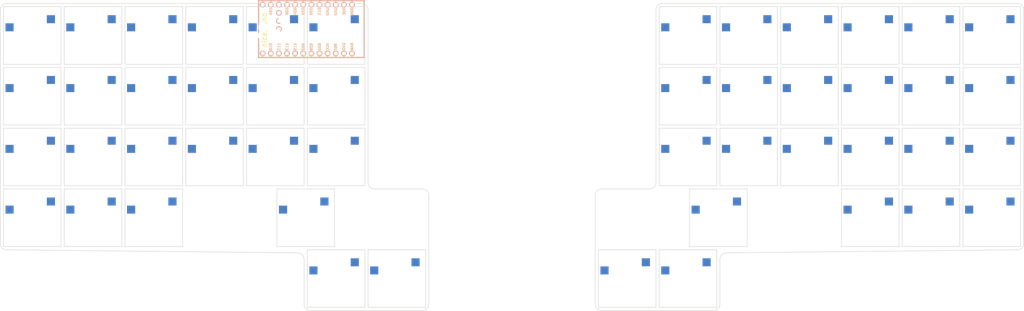
<source format=kicad_pcb>


(kicad_pcb (version 20171130) (host pcbnew 5.1.6)

  (page A3)
  (title_block
    (title "keys")
    (rev "v1.0.0")
    (company "Unknown")
  )

  (general
    (thickness 1.6)
  )

  (layers
    (0 F.Cu signal)
    (31 B.Cu signal)
    (32 B.Adhes user)
    (33 F.Adhes user)
    (34 B.Paste user)
    (35 F.Paste user)
    (36 B.SilkS user)
    (37 F.SilkS user)
    (38 B.Mask user)
    (39 F.Mask user)
    (40 Dwgs.User user)
    (41 Cmts.User user)
    (42 Eco1.User user)
    (43 Eco2.User user)
    (44 Edge.Cuts user)
    (45 Margin user)
    (46 B.CrtYd user)
    (47 F.CrtYd user)
    (48 B.Fab user)
    (49 F.Fab user)
  )

  (setup
    (last_trace_width 0.25)
    (trace_clearance 0.2)
    (zone_clearance 0.508)
    (zone_45_only no)
    (trace_min 0.2)
    (via_size 0.8)
    (via_drill 0.4)
    (via_min_size 0.4)
    (via_min_drill 0.3)
    (uvia_size 0.3)
    (uvia_drill 0.1)
    (uvias_allowed no)
    (uvia_min_size 0.2)
    (uvia_min_drill 0.1)
    (edge_width 0.05)
    (segment_width 0.2)
    (pcb_text_width 0.3)
    (pcb_text_size 1.5 1.5)
    (mod_edge_width 0.12)
    (mod_text_size 1 1)
    (mod_text_width 0.15)
    (pad_size 1.524 1.524)
    (pad_drill 0.762)
    (pad_to_mask_clearance 0.05)
    (aux_axis_origin 0 0)
    (visible_elements FFFFFF7F)
    (pcbplotparams
      (layerselection 0x010fc_ffffffff)
      (usegerberextensions false)
      (usegerberattributes true)
      (usegerberadvancedattributes true)
      (creategerberjobfile true)
      (excludeedgelayer true)
      (linewidth 0.100000)
      (plotframeref false)
      (viasonmask false)
      (mode 1)
      (useauxorigin false)
      (hpglpennumber 1)
      (hpglpenspeed 20)
      (hpglpendiameter 15.000000)
      (psnegative false)
      (psa4output false)
      (plotreference true)
      (plotvalue true)
      (plotinvisibletext false)
      (padsonsilk false)
      (subtractmaskfromsilk false)
      (outputformat 1)
      (mirror false)
      (drillshape 1)
      (scaleselection 1)
      (outputdirectory ""))
  )

  (net 0 "")
(net 1 "first_first")
(net 2 "first_second")
(net 3 "first_third")
(net 4 "first_forth")
(net 5 "second_first")
(net 6 "second_second")
(net 7 "second_third")
(net 8 "second_forth")
(net 9 "third_first")
(net 10 "third_second")
(net 11 "third_third")
(net 12 "third_forth")
(net 13 "forth_first")
(net 14 "forth_second")
(net 15 "forth_third")
(net 16 "forth_forth")
(net 17 "fifth_first")
(net 18 "fifth_second")
(net 19 "fifth_third")
(net 20 "sixth_first")
(net 21 "sixth_second")
(net 22 "sixth_third")
(net 23 "seventh_first")
(net 24 "seventh_second")
(net 25 "mirror_first_first")
(net 26 "mirror_first_second")
(net 27 "mirror_first_third")
(net 28 "mirror_first_forth")
(net 29 "mirror_second_first")
(net 30 "mirror_second_second")
(net 31 "mirror_second_third")
(net 32 "mirror_second_forth")
(net 33 "mirror_third_first")
(net 34 "mirror_third_second")
(net 35 "mirror_third_third")
(net 36 "mirror_third_forth")
(net 37 "mirror_forth_first")
(net 38 "mirror_forth_second")
(net 39 "mirror_forth_third")
(net 40 "mirror_forth_forth")
(net 41 "mirror_fifth_first")
(net 42 "mirror_fifth_second")
(net 43 "mirror_fifth_third")
(net 44 "mirror_sixth_first")
(net 45 "mirror_sixth_second")
(net 46 "mirror_sixth_third")
(net 47 "mirror_seventh_first")
(net 48 "mirror_seventh_second")
(net 49 "RAW")
(net 50 "GND")
(net 51 "RST")
(net 52 "VCC")
(net 53 "P031")
(net 54 "P029")
(net 55 "P002")
(net 56 "P115")
(net 57 "P113")
(net 58 "P111")
(net 59 "P010")
(net 60 "P009")
(net 61 "P006")
(net 62 "P008")
(net 63 "P017")
(net 64 "P020")
(net 65 "P022")
(net 66 "P024")
(net 67 "P100")
(net 68 "P011")
(net 69 "P104")
(net 70 "P106")
(net 71 "P101")
(net 72 "P102")
(net 73 "P107")

  (net_class Default "This is the default net class."
    (clearance 0.2)
    (trace_width 0.25)
    (via_dia 0.8)
    (via_drill 0.4)
    (uvia_dia 0.3)
    (uvia_drill 0.1)
    (add_net "")
(add_net "first_first")
(add_net "first_second")
(add_net "first_third")
(add_net "first_forth")
(add_net "second_first")
(add_net "second_second")
(add_net "second_third")
(add_net "second_forth")
(add_net "third_first")
(add_net "third_second")
(add_net "third_third")
(add_net "third_forth")
(add_net "forth_first")
(add_net "forth_second")
(add_net "forth_third")
(add_net "forth_forth")
(add_net "fifth_first")
(add_net "fifth_second")
(add_net "fifth_third")
(add_net "sixth_first")
(add_net "sixth_second")
(add_net "sixth_third")
(add_net "seventh_first")
(add_net "seventh_second")
(add_net "mirror_first_first")
(add_net "mirror_first_second")
(add_net "mirror_first_third")
(add_net "mirror_first_forth")
(add_net "mirror_second_first")
(add_net "mirror_second_second")
(add_net "mirror_second_third")
(add_net "mirror_second_forth")
(add_net "mirror_third_first")
(add_net "mirror_third_second")
(add_net "mirror_third_third")
(add_net "mirror_third_forth")
(add_net "mirror_forth_first")
(add_net "mirror_forth_second")
(add_net "mirror_forth_third")
(add_net "mirror_forth_forth")
(add_net "mirror_fifth_first")
(add_net "mirror_fifth_second")
(add_net "mirror_fifth_third")
(add_net "mirror_sixth_first")
(add_net "mirror_sixth_second")
(add_net "mirror_sixth_third")
(add_net "mirror_seventh_first")
(add_net "mirror_seventh_second")
(add_net "RAW")
(add_net "GND")
(add_net "RST")
(add_net "VCC")
(add_net "P031")
(add_net "P029")
(add_net "P002")
(add_net "P115")
(add_net "P113")
(add_net "P111")
(add_net "P010")
(add_net "P009")
(add_net "P006")
(add_net "P008")
(add_net "P017")
(add_net "P020")
(add_net "P022")
(add_net "P024")
(add_net "P100")
(add_net "P011")
(add_net "P104")
(add_net "P106")
(add_net "P101")
(add_net "P102")
(add_net "P107")
  )

  
        
      (module MX (layer F.Cu) (tedit 5DD4F656)
      (at 0 0 0)

      
      (fp_text reference "S1" (at 0 0) (layer F.SilkS) hide (effects (font (size 1.27 1.27) (thickness 0.15))))
      (fp_text value "" (at 0 0) (layer F.SilkS) hide (effects (font (size 1.27 1.27) (thickness 0.15))))

      
      (fp_line (start -7 -6) (end -7 -7) (layer Dwgs.User) (width 0.15))
      (fp_line (start -7 7) (end -6 7) (layer Dwgs.User) (width 0.15))
      (fp_line (start -6 -7) (end -7 -7) (layer Dwgs.User) (width 0.15))
      (fp_line (start -7 7) (end -7 6) (layer Dwgs.User) (width 0.15))
      (fp_line (start 7 6) (end 7 7) (layer Dwgs.User) (width 0.15))
      (fp_line (start 7 -7) (end 6 -7) (layer Dwgs.User) (width 0.15))
      (fp_line (start 6 7) (end 7 7) (layer Dwgs.User) (width 0.15))
      (fp_line (start 7 -7) (end 7 -6) (layer Dwgs.User) (width 0.15))
    
      
      (pad "" np_thru_hole circle (at 0 0) (size 3.9878 3.9878) (drill 3.9878) (layers *.Cu *.Mask))

      
      (pad "" np_thru_hole circle (at 5.08 0) (size 1.7018 1.7018) (drill 1.7018) (layers *.Cu *.Mask))
      (pad "" np_thru_hole circle (at -5.08 0) (size 1.7018 1.7018) (drill 1.7018) (layers *.Cu *.Mask))
      
        
        
        
        (pad "" np_thru_hole circle (at 2.54 -5.08) (size 3 3) (drill 3) (layers *.Cu *.Mask))
        (pad "" np_thru_hole circle (at -3.81 -2.54) (size 3 3) (drill 3) (layers *.Cu *.Mask))
        
        
        (pad 1 smd rect (at -7.085 -2.54 0) (size 2.55 2.5) (layers B.Cu B.Paste B.Mask) (net 0 ""))
        (pad 2 smd rect (at 5.842 -5.08 0) (size 2.55 2.5) (layers B.Cu B.Paste B.Mask) (net 1 "first_first"))
        )
        

        
      (module MX (layer F.Cu) (tedit 5DD4F656)
      (at 0 -19 0)

      
      (fp_text reference "S2" (at 0 0) (layer F.SilkS) hide (effects (font (size 1.27 1.27) (thickness 0.15))))
      (fp_text value "" (at 0 0) (layer F.SilkS) hide (effects (font (size 1.27 1.27) (thickness 0.15))))

      
      (fp_line (start -7 -6) (end -7 -7) (layer Dwgs.User) (width 0.15))
      (fp_line (start -7 7) (end -6 7) (layer Dwgs.User) (width 0.15))
      (fp_line (start -6 -7) (end -7 -7) (layer Dwgs.User) (width 0.15))
      (fp_line (start -7 7) (end -7 6) (layer Dwgs.User) (width 0.15))
      (fp_line (start 7 6) (end 7 7) (layer Dwgs.User) (width 0.15))
      (fp_line (start 7 -7) (end 6 -7) (layer Dwgs.User) (width 0.15))
      (fp_line (start 6 7) (end 7 7) (layer Dwgs.User) (width 0.15))
      (fp_line (start 7 -7) (end 7 -6) (layer Dwgs.User) (width 0.15))
    
      
      (pad "" np_thru_hole circle (at 0 0) (size 3.9878 3.9878) (drill 3.9878) (layers *.Cu *.Mask))

      
      (pad "" np_thru_hole circle (at 5.08 0) (size 1.7018 1.7018) (drill 1.7018) (layers *.Cu *.Mask))
      (pad "" np_thru_hole circle (at -5.08 0) (size 1.7018 1.7018) (drill 1.7018) (layers *.Cu *.Mask))
      
        
        
        
        (pad "" np_thru_hole circle (at 2.54 -5.08) (size 3 3) (drill 3) (layers *.Cu *.Mask))
        (pad "" np_thru_hole circle (at -3.81 -2.54) (size 3 3) (drill 3) (layers *.Cu *.Mask))
        
        
        (pad 1 smd rect (at -7.085 -2.54 0) (size 2.55 2.5) (layers B.Cu B.Paste B.Mask) (net 0 ""))
        (pad 2 smd rect (at 5.842 -5.08 0) (size 2.55 2.5) (layers B.Cu B.Paste B.Mask) (net 2 "first_second"))
        )
        

        
      (module MX (layer F.Cu) (tedit 5DD4F656)
      (at 0 -38 0)

      
      (fp_text reference "S3" (at 0 0) (layer F.SilkS) hide (effects (font (size 1.27 1.27) (thickness 0.15))))
      (fp_text value "" (at 0 0) (layer F.SilkS) hide (effects (font (size 1.27 1.27) (thickness 0.15))))

      
      (fp_line (start -7 -6) (end -7 -7) (layer Dwgs.User) (width 0.15))
      (fp_line (start -7 7) (end -6 7) (layer Dwgs.User) (width 0.15))
      (fp_line (start -6 -7) (end -7 -7) (layer Dwgs.User) (width 0.15))
      (fp_line (start -7 7) (end -7 6) (layer Dwgs.User) (width 0.15))
      (fp_line (start 7 6) (end 7 7) (layer Dwgs.User) (width 0.15))
      (fp_line (start 7 -7) (end 6 -7) (layer Dwgs.User) (width 0.15))
      (fp_line (start 6 7) (end 7 7) (layer Dwgs.User) (width 0.15))
      (fp_line (start 7 -7) (end 7 -6) (layer Dwgs.User) (width 0.15))
    
      
      (pad "" np_thru_hole circle (at 0 0) (size 3.9878 3.9878) (drill 3.9878) (layers *.Cu *.Mask))

      
      (pad "" np_thru_hole circle (at 5.08 0) (size 1.7018 1.7018) (drill 1.7018) (layers *.Cu *.Mask))
      (pad "" np_thru_hole circle (at -5.08 0) (size 1.7018 1.7018) (drill 1.7018) (layers *.Cu *.Mask))
      
        
        
        
        (pad "" np_thru_hole circle (at 2.54 -5.08) (size 3 3) (drill 3) (layers *.Cu *.Mask))
        (pad "" np_thru_hole circle (at -3.81 -2.54) (size 3 3) (drill 3) (layers *.Cu *.Mask))
        
        
        (pad 1 smd rect (at -7.085 -2.54 0) (size 2.55 2.5) (layers B.Cu B.Paste B.Mask) (net 0 ""))
        (pad 2 smd rect (at 5.842 -5.08 0) (size 2.55 2.5) (layers B.Cu B.Paste B.Mask) (net 3 "first_third"))
        )
        

        
      (module MX (layer F.Cu) (tedit 5DD4F656)
      (at 0 -57 0)

      
      (fp_text reference "S4" (at 0 0) (layer F.SilkS) hide (effects (font (size 1.27 1.27) (thickness 0.15))))
      (fp_text value "" (at 0 0) (layer F.SilkS) hide (effects (font (size 1.27 1.27) (thickness 0.15))))

      
      (fp_line (start -7 -6) (end -7 -7) (layer Dwgs.User) (width 0.15))
      (fp_line (start -7 7) (end -6 7) (layer Dwgs.User) (width 0.15))
      (fp_line (start -6 -7) (end -7 -7) (layer Dwgs.User) (width 0.15))
      (fp_line (start -7 7) (end -7 6) (layer Dwgs.User) (width 0.15))
      (fp_line (start 7 6) (end 7 7) (layer Dwgs.User) (width 0.15))
      (fp_line (start 7 -7) (end 6 -7) (layer Dwgs.User) (width 0.15))
      (fp_line (start 6 7) (end 7 7) (layer Dwgs.User) (width 0.15))
      (fp_line (start 7 -7) (end 7 -6) (layer Dwgs.User) (width 0.15))
    
      
      (pad "" np_thru_hole circle (at 0 0) (size 3.9878 3.9878) (drill 3.9878) (layers *.Cu *.Mask))

      
      (pad "" np_thru_hole circle (at 5.08 0) (size 1.7018 1.7018) (drill 1.7018) (layers *.Cu *.Mask))
      (pad "" np_thru_hole circle (at -5.08 0) (size 1.7018 1.7018) (drill 1.7018) (layers *.Cu *.Mask))
      
        
        
        
        (pad "" np_thru_hole circle (at 2.54 -5.08) (size 3 3) (drill 3) (layers *.Cu *.Mask))
        (pad "" np_thru_hole circle (at -3.81 -2.54) (size 3 3) (drill 3) (layers *.Cu *.Mask))
        
        
        (pad 1 smd rect (at -7.085 -2.54 0) (size 2.55 2.5) (layers B.Cu B.Paste B.Mask) (net 0 ""))
        (pad 2 smd rect (at 5.842 -5.08 0) (size 2.55 2.5) (layers B.Cu B.Paste B.Mask) (net 4 "first_forth"))
        )
        

        
      (module MX (layer F.Cu) (tedit 5DD4F656)
      (at 19 0 0)

      
      (fp_text reference "S5" (at 0 0) (layer F.SilkS) hide (effects (font (size 1.27 1.27) (thickness 0.15))))
      (fp_text value "" (at 0 0) (layer F.SilkS) hide (effects (font (size 1.27 1.27) (thickness 0.15))))

      
      (fp_line (start -7 -6) (end -7 -7) (layer Dwgs.User) (width 0.15))
      (fp_line (start -7 7) (end -6 7) (layer Dwgs.User) (width 0.15))
      (fp_line (start -6 -7) (end -7 -7) (layer Dwgs.User) (width 0.15))
      (fp_line (start -7 7) (end -7 6) (layer Dwgs.User) (width 0.15))
      (fp_line (start 7 6) (end 7 7) (layer Dwgs.User) (width 0.15))
      (fp_line (start 7 -7) (end 6 -7) (layer Dwgs.User) (width 0.15))
      (fp_line (start 6 7) (end 7 7) (layer Dwgs.User) (width 0.15))
      (fp_line (start 7 -7) (end 7 -6) (layer Dwgs.User) (width 0.15))
    
      
      (pad "" np_thru_hole circle (at 0 0) (size 3.9878 3.9878) (drill 3.9878) (layers *.Cu *.Mask))

      
      (pad "" np_thru_hole circle (at 5.08 0) (size 1.7018 1.7018) (drill 1.7018) (layers *.Cu *.Mask))
      (pad "" np_thru_hole circle (at -5.08 0) (size 1.7018 1.7018) (drill 1.7018) (layers *.Cu *.Mask))
      
        
        
        
        (pad "" np_thru_hole circle (at 2.54 -5.08) (size 3 3) (drill 3) (layers *.Cu *.Mask))
        (pad "" np_thru_hole circle (at -3.81 -2.54) (size 3 3) (drill 3) (layers *.Cu *.Mask))
        
        
        (pad 1 smd rect (at -7.085 -2.54 0) (size 2.55 2.5) (layers B.Cu B.Paste B.Mask) (net 0 ""))
        (pad 2 smd rect (at 5.842 -5.08 0) (size 2.55 2.5) (layers B.Cu B.Paste B.Mask) (net 5 "second_first"))
        )
        

        
      (module MX (layer F.Cu) (tedit 5DD4F656)
      (at 19 -19 0)

      
      (fp_text reference "S6" (at 0 0) (layer F.SilkS) hide (effects (font (size 1.27 1.27) (thickness 0.15))))
      (fp_text value "" (at 0 0) (layer F.SilkS) hide (effects (font (size 1.27 1.27) (thickness 0.15))))

      
      (fp_line (start -7 -6) (end -7 -7) (layer Dwgs.User) (width 0.15))
      (fp_line (start -7 7) (end -6 7) (layer Dwgs.User) (width 0.15))
      (fp_line (start -6 -7) (end -7 -7) (layer Dwgs.User) (width 0.15))
      (fp_line (start -7 7) (end -7 6) (layer Dwgs.User) (width 0.15))
      (fp_line (start 7 6) (end 7 7) (layer Dwgs.User) (width 0.15))
      (fp_line (start 7 -7) (end 6 -7) (layer Dwgs.User) (width 0.15))
      (fp_line (start 6 7) (end 7 7) (layer Dwgs.User) (width 0.15))
      (fp_line (start 7 -7) (end 7 -6) (layer Dwgs.User) (width 0.15))
    
      
      (pad "" np_thru_hole circle (at 0 0) (size 3.9878 3.9878) (drill 3.9878) (layers *.Cu *.Mask))

      
      (pad "" np_thru_hole circle (at 5.08 0) (size 1.7018 1.7018) (drill 1.7018) (layers *.Cu *.Mask))
      (pad "" np_thru_hole circle (at -5.08 0) (size 1.7018 1.7018) (drill 1.7018) (layers *.Cu *.Mask))
      
        
        
        
        (pad "" np_thru_hole circle (at 2.54 -5.08) (size 3 3) (drill 3) (layers *.Cu *.Mask))
        (pad "" np_thru_hole circle (at -3.81 -2.54) (size 3 3) (drill 3) (layers *.Cu *.Mask))
        
        
        (pad 1 smd rect (at -7.085 -2.54 0) (size 2.55 2.5) (layers B.Cu B.Paste B.Mask) (net 0 ""))
        (pad 2 smd rect (at 5.842 -5.08 0) (size 2.55 2.5) (layers B.Cu B.Paste B.Mask) (net 6 "second_second"))
        )
        

        
      (module MX (layer F.Cu) (tedit 5DD4F656)
      (at 19 -38 0)

      
      (fp_text reference "S7" (at 0 0) (layer F.SilkS) hide (effects (font (size 1.27 1.27) (thickness 0.15))))
      (fp_text value "" (at 0 0) (layer F.SilkS) hide (effects (font (size 1.27 1.27) (thickness 0.15))))

      
      (fp_line (start -7 -6) (end -7 -7) (layer Dwgs.User) (width 0.15))
      (fp_line (start -7 7) (end -6 7) (layer Dwgs.User) (width 0.15))
      (fp_line (start -6 -7) (end -7 -7) (layer Dwgs.User) (width 0.15))
      (fp_line (start -7 7) (end -7 6) (layer Dwgs.User) (width 0.15))
      (fp_line (start 7 6) (end 7 7) (layer Dwgs.User) (width 0.15))
      (fp_line (start 7 -7) (end 6 -7) (layer Dwgs.User) (width 0.15))
      (fp_line (start 6 7) (end 7 7) (layer Dwgs.User) (width 0.15))
      (fp_line (start 7 -7) (end 7 -6) (layer Dwgs.User) (width 0.15))
    
      
      (pad "" np_thru_hole circle (at 0 0) (size 3.9878 3.9878) (drill 3.9878) (layers *.Cu *.Mask))

      
      (pad "" np_thru_hole circle (at 5.08 0) (size 1.7018 1.7018) (drill 1.7018) (layers *.Cu *.Mask))
      (pad "" np_thru_hole circle (at -5.08 0) (size 1.7018 1.7018) (drill 1.7018) (layers *.Cu *.Mask))
      
        
        
        
        (pad "" np_thru_hole circle (at 2.54 -5.08) (size 3 3) (drill 3) (layers *.Cu *.Mask))
        (pad "" np_thru_hole circle (at -3.81 -2.54) (size 3 3) (drill 3) (layers *.Cu *.Mask))
        
        
        (pad 1 smd rect (at -7.085 -2.54 0) (size 2.55 2.5) (layers B.Cu B.Paste B.Mask) (net 0 ""))
        (pad 2 smd rect (at 5.842 -5.08 0) (size 2.55 2.5) (layers B.Cu B.Paste B.Mask) (net 7 "second_third"))
        )
        

        
      (module MX (layer F.Cu) (tedit 5DD4F656)
      (at 19 -57 0)

      
      (fp_text reference "S8" (at 0 0) (layer F.SilkS) hide (effects (font (size 1.27 1.27) (thickness 0.15))))
      (fp_text value "" (at 0 0) (layer F.SilkS) hide (effects (font (size 1.27 1.27) (thickness 0.15))))

      
      (fp_line (start -7 -6) (end -7 -7) (layer Dwgs.User) (width 0.15))
      (fp_line (start -7 7) (end -6 7) (layer Dwgs.User) (width 0.15))
      (fp_line (start -6 -7) (end -7 -7) (layer Dwgs.User) (width 0.15))
      (fp_line (start -7 7) (end -7 6) (layer Dwgs.User) (width 0.15))
      (fp_line (start 7 6) (end 7 7) (layer Dwgs.User) (width 0.15))
      (fp_line (start 7 -7) (end 6 -7) (layer Dwgs.User) (width 0.15))
      (fp_line (start 6 7) (end 7 7) (layer Dwgs.User) (width 0.15))
      (fp_line (start 7 -7) (end 7 -6) (layer Dwgs.User) (width 0.15))
    
      
      (pad "" np_thru_hole circle (at 0 0) (size 3.9878 3.9878) (drill 3.9878) (layers *.Cu *.Mask))

      
      (pad "" np_thru_hole circle (at 5.08 0) (size 1.7018 1.7018) (drill 1.7018) (layers *.Cu *.Mask))
      (pad "" np_thru_hole circle (at -5.08 0) (size 1.7018 1.7018) (drill 1.7018) (layers *.Cu *.Mask))
      
        
        
        
        (pad "" np_thru_hole circle (at 2.54 -5.08) (size 3 3) (drill 3) (layers *.Cu *.Mask))
        (pad "" np_thru_hole circle (at -3.81 -2.54) (size 3 3) (drill 3) (layers *.Cu *.Mask))
        
        
        (pad 1 smd rect (at -7.085 -2.54 0) (size 2.55 2.5) (layers B.Cu B.Paste B.Mask) (net 0 ""))
        (pad 2 smd rect (at 5.842 -5.08 0) (size 2.55 2.5) (layers B.Cu B.Paste B.Mask) (net 8 "second_forth"))
        )
        

        
      (module MX (layer F.Cu) (tedit 5DD4F656)
      (at 38 0 0)

      
      (fp_text reference "S9" (at 0 0) (layer F.SilkS) hide (effects (font (size 1.27 1.27) (thickness 0.15))))
      (fp_text value "" (at 0 0) (layer F.SilkS) hide (effects (font (size 1.27 1.27) (thickness 0.15))))

      
      (fp_line (start -7 -6) (end -7 -7) (layer Dwgs.User) (width 0.15))
      (fp_line (start -7 7) (end -6 7) (layer Dwgs.User) (width 0.15))
      (fp_line (start -6 -7) (end -7 -7) (layer Dwgs.User) (width 0.15))
      (fp_line (start -7 7) (end -7 6) (layer Dwgs.User) (width 0.15))
      (fp_line (start 7 6) (end 7 7) (layer Dwgs.User) (width 0.15))
      (fp_line (start 7 -7) (end 6 -7) (layer Dwgs.User) (width 0.15))
      (fp_line (start 6 7) (end 7 7) (layer Dwgs.User) (width 0.15))
      (fp_line (start 7 -7) (end 7 -6) (layer Dwgs.User) (width 0.15))
    
      
      (pad "" np_thru_hole circle (at 0 0) (size 3.9878 3.9878) (drill 3.9878) (layers *.Cu *.Mask))

      
      (pad "" np_thru_hole circle (at 5.08 0) (size 1.7018 1.7018) (drill 1.7018) (layers *.Cu *.Mask))
      (pad "" np_thru_hole circle (at -5.08 0) (size 1.7018 1.7018) (drill 1.7018) (layers *.Cu *.Mask))
      
        
        
        
        (pad "" np_thru_hole circle (at 2.54 -5.08) (size 3 3) (drill 3) (layers *.Cu *.Mask))
        (pad "" np_thru_hole circle (at -3.81 -2.54) (size 3 3) (drill 3) (layers *.Cu *.Mask))
        
        
        (pad 1 smd rect (at -7.085 -2.54 0) (size 2.55 2.5) (layers B.Cu B.Paste B.Mask) (net 0 ""))
        (pad 2 smd rect (at 5.842 -5.08 0) (size 2.55 2.5) (layers B.Cu B.Paste B.Mask) (net 9 "third_first"))
        )
        

        
      (module MX (layer F.Cu) (tedit 5DD4F656)
      (at 38 -19 0)

      
      (fp_text reference "S10" (at 0 0) (layer F.SilkS) hide (effects (font (size 1.27 1.27) (thickness 0.15))))
      (fp_text value "" (at 0 0) (layer F.SilkS) hide (effects (font (size 1.27 1.27) (thickness 0.15))))

      
      (fp_line (start -7 -6) (end -7 -7) (layer Dwgs.User) (width 0.15))
      (fp_line (start -7 7) (end -6 7) (layer Dwgs.User) (width 0.15))
      (fp_line (start -6 -7) (end -7 -7) (layer Dwgs.User) (width 0.15))
      (fp_line (start -7 7) (end -7 6) (layer Dwgs.User) (width 0.15))
      (fp_line (start 7 6) (end 7 7) (layer Dwgs.User) (width 0.15))
      (fp_line (start 7 -7) (end 6 -7) (layer Dwgs.User) (width 0.15))
      (fp_line (start 6 7) (end 7 7) (layer Dwgs.User) (width 0.15))
      (fp_line (start 7 -7) (end 7 -6) (layer Dwgs.User) (width 0.15))
    
      
      (pad "" np_thru_hole circle (at 0 0) (size 3.9878 3.9878) (drill 3.9878) (layers *.Cu *.Mask))

      
      (pad "" np_thru_hole circle (at 5.08 0) (size 1.7018 1.7018) (drill 1.7018) (layers *.Cu *.Mask))
      (pad "" np_thru_hole circle (at -5.08 0) (size 1.7018 1.7018) (drill 1.7018) (layers *.Cu *.Mask))
      
        
        
        
        (pad "" np_thru_hole circle (at 2.54 -5.08) (size 3 3) (drill 3) (layers *.Cu *.Mask))
        (pad "" np_thru_hole circle (at -3.81 -2.54) (size 3 3) (drill 3) (layers *.Cu *.Mask))
        
        
        (pad 1 smd rect (at -7.085 -2.54 0) (size 2.55 2.5) (layers B.Cu B.Paste B.Mask) (net 0 ""))
        (pad 2 smd rect (at 5.842 -5.08 0) (size 2.55 2.5) (layers B.Cu B.Paste B.Mask) (net 10 "third_second"))
        )
        

        
      (module MX (layer F.Cu) (tedit 5DD4F656)
      (at 38 -38 0)

      
      (fp_text reference "S11" (at 0 0) (layer F.SilkS) hide (effects (font (size 1.27 1.27) (thickness 0.15))))
      (fp_text value "" (at 0 0) (layer F.SilkS) hide (effects (font (size 1.27 1.27) (thickness 0.15))))

      
      (fp_line (start -7 -6) (end -7 -7) (layer Dwgs.User) (width 0.15))
      (fp_line (start -7 7) (end -6 7) (layer Dwgs.User) (width 0.15))
      (fp_line (start -6 -7) (end -7 -7) (layer Dwgs.User) (width 0.15))
      (fp_line (start -7 7) (end -7 6) (layer Dwgs.User) (width 0.15))
      (fp_line (start 7 6) (end 7 7) (layer Dwgs.User) (width 0.15))
      (fp_line (start 7 -7) (end 6 -7) (layer Dwgs.User) (width 0.15))
      (fp_line (start 6 7) (end 7 7) (layer Dwgs.User) (width 0.15))
      (fp_line (start 7 -7) (end 7 -6) (layer Dwgs.User) (width 0.15))
    
      
      (pad "" np_thru_hole circle (at 0 0) (size 3.9878 3.9878) (drill 3.9878) (layers *.Cu *.Mask))

      
      (pad "" np_thru_hole circle (at 5.08 0) (size 1.7018 1.7018) (drill 1.7018) (layers *.Cu *.Mask))
      (pad "" np_thru_hole circle (at -5.08 0) (size 1.7018 1.7018) (drill 1.7018) (layers *.Cu *.Mask))
      
        
        
        
        (pad "" np_thru_hole circle (at 2.54 -5.08) (size 3 3) (drill 3) (layers *.Cu *.Mask))
        (pad "" np_thru_hole circle (at -3.81 -2.54) (size 3 3) (drill 3) (layers *.Cu *.Mask))
        
        
        (pad 1 smd rect (at -7.085 -2.54 0) (size 2.55 2.5) (layers B.Cu B.Paste B.Mask) (net 0 ""))
        (pad 2 smd rect (at 5.842 -5.08 0) (size 2.55 2.5) (layers B.Cu B.Paste B.Mask) (net 11 "third_third"))
        )
        

        
      (module MX (layer F.Cu) (tedit 5DD4F656)
      (at 38 -57 0)

      
      (fp_text reference "S12" (at 0 0) (layer F.SilkS) hide (effects (font (size 1.27 1.27) (thickness 0.15))))
      (fp_text value "" (at 0 0) (layer F.SilkS) hide (effects (font (size 1.27 1.27) (thickness 0.15))))

      
      (fp_line (start -7 -6) (end -7 -7) (layer Dwgs.User) (width 0.15))
      (fp_line (start -7 7) (end -6 7) (layer Dwgs.User) (width 0.15))
      (fp_line (start -6 -7) (end -7 -7) (layer Dwgs.User) (width 0.15))
      (fp_line (start -7 7) (end -7 6) (layer Dwgs.User) (width 0.15))
      (fp_line (start 7 6) (end 7 7) (layer Dwgs.User) (width 0.15))
      (fp_line (start 7 -7) (end 6 -7) (layer Dwgs.User) (width 0.15))
      (fp_line (start 6 7) (end 7 7) (layer Dwgs.User) (width 0.15))
      (fp_line (start 7 -7) (end 7 -6) (layer Dwgs.User) (width 0.15))
    
      
      (pad "" np_thru_hole circle (at 0 0) (size 3.9878 3.9878) (drill 3.9878) (layers *.Cu *.Mask))

      
      (pad "" np_thru_hole circle (at 5.08 0) (size 1.7018 1.7018) (drill 1.7018) (layers *.Cu *.Mask))
      (pad "" np_thru_hole circle (at -5.08 0) (size 1.7018 1.7018) (drill 1.7018) (layers *.Cu *.Mask))
      
        
        
        
        (pad "" np_thru_hole circle (at 2.54 -5.08) (size 3 3) (drill 3) (layers *.Cu *.Mask))
        (pad "" np_thru_hole circle (at -3.81 -2.54) (size 3 3) (drill 3) (layers *.Cu *.Mask))
        
        
        (pad 1 smd rect (at -7.085 -2.54 0) (size 2.55 2.5) (layers B.Cu B.Paste B.Mask) (net 0 ""))
        (pad 2 smd rect (at 5.842 -5.08 0) (size 2.55 2.5) (layers B.Cu B.Paste B.Mask) (net 12 "third_forth"))
        )
        

        
      (module MX (layer F.Cu) (tedit 5DD4F656)
      (at 85.5 0 0)

      
      (fp_text reference "S13" (at 0 0) (layer F.SilkS) hide (effects (font (size 1.27 1.27) (thickness 0.15))))
      (fp_text value "" (at 0 0) (layer F.SilkS) hide (effects (font (size 1.27 1.27) (thickness 0.15))))

      
      (fp_line (start -7 -6) (end -7 -7) (layer Dwgs.User) (width 0.15))
      (fp_line (start -7 7) (end -6 7) (layer Dwgs.User) (width 0.15))
      (fp_line (start -6 -7) (end -7 -7) (layer Dwgs.User) (width 0.15))
      (fp_line (start -7 7) (end -7 6) (layer Dwgs.User) (width 0.15))
      (fp_line (start 7 6) (end 7 7) (layer Dwgs.User) (width 0.15))
      (fp_line (start 7 -7) (end 6 -7) (layer Dwgs.User) (width 0.15))
      (fp_line (start 6 7) (end 7 7) (layer Dwgs.User) (width 0.15))
      (fp_line (start 7 -7) (end 7 -6) (layer Dwgs.User) (width 0.15))
    
      
      (pad "" np_thru_hole circle (at 0 0) (size 3.9878 3.9878) (drill 3.9878) (layers *.Cu *.Mask))

      
      (pad "" np_thru_hole circle (at 5.08 0) (size 1.7018 1.7018) (drill 1.7018) (layers *.Cu *.Mask))
      (pad "" np_thru_hole circle (at -5.08 0) (size 1.7018 1.7018) (drill 1.7018) (layers *.Cu *.Mask))
      
        
        
        
        (pad "" np_thru_hole circle (at 2.54 -5.08) (size 3 3) (drill 3) (layers *.Cu *.Mask))
        (pad "" np_thru_hole circle (at -3.81 -2.54) (size 3 3) (drill 3) (layers *.Cu *.Mask))
        
        
        (pad 1 smd rect (at -7.085 -2.54 0) (size 2.55 2.5) (layers B.Cu B.Paste B.Mask) (net 0 ""))
        (pad 2 smd rect (at 5.842 -5.08 0) (size 2.55 2.5) (layers B.Cu B.Paste B.Mask) (net 13 "forth_first"))
        )
        

        
      (module MX (layer F.Cu) (tedit 5DD4F656)
      (at 57 -19 0)

      
      (fp_text reference "S14" (at 0 0) (layer F.SilkS) hide (effects (font (size 1.27 1.27) (thickness 0.15))))
      (fp_text value "" (at 0 0) (layer F.SilkS) hide (effects (font (size 1.27 1.27) (thickness 0.15))))

      
      (fp_line (start -7 -6) (end -7 -7) (layer Dwgs.User) (width 0.15))
      (fp_line (start -7 7) (end -6 7) (layer Dwgs.User) (width 0.15))
      (fp_line (start -6 -7) (end -7 -7) (layer Dwgs.User) (width 0.15))
      (fp_line (start -7 7) (end -7 6) (layer Dwgs.User) (width 0.15))
      (fp_line (start 7 6) (end 7 7) (layer Dwgs.User) (width 0.15))
      (fp_line (start 7 -7) (end 6 -7) (layer Dwgs.User) (width 0.15))
      (fp_line (start 6 7) (end 7 7) (layer Dwgs.User) (width 0.15))
      (fp_line (start 7 -7) (end 7 -6) (layer Dwgs.User) (width 0.15))
    
      
      (pad "" np_thru_hole circle (at 0 0) (size 3.9878 3.9878) (drill 3.9878) (layers *.Cu *.Mask))

      
      (pad "" np_thru_hole circle (at 5.08 0) (size 1.7018 1.7018) (drill 1.7018) (layers *.Cu *.Mask))
      (pad "" np_thru_hole circle (at -5.08 0) (size 1.7018 1.7018) (drill 1.7018) (layers *.Cu *.Mask))
      
        
        
        
        (pad "" np_thru_hole circle (at 2.54 -5.08) (size 3 3) (drill 3) (layers *.Cu *.Mask))
        (pad "" np_thru_hole circle (at -3.81 -2.54) (size 3 3) (drill 3) (layers *.Cu *.Mask))
        
        
        (pad 1 smd rect (at -7.085 -2.54 0) (size 2.55 2.5) (layers B.Cu B.Paste B.Mask) (net 0 ""))
        (pad 2 smd rect (at 5.842 -5.08 0) (size 2.55 2.5) (layers B.Cu B.Paste B.Mask) (net 14 "forth_second"))
        )
        

        
      (module MX (layer F.Cu) (tedit 5DD4F656)
      (at 57 -38 0)

      
      (fp_text reference "S15" (at 0 0) (layer F.SilkS) hide (effects (font (size 1.27 1.27) (thickness 0.15))))
      (fp_text value "" (at 0 0) (layer F.SilkS) hide (effects (font (size 1.27 1.27) (thickness 0.15))))

      
      (fp_line (start -7 -6) (end -7 -7) (layer Dwgs.User) (width 0.15))
      (fp_line (start -7 7) (end -6 7) (layer Dwgs.User) (width 0.15))
      (fp_line (start -6 -7) (end -7 -7) (layer Dwgs.User) (width 0.15))
      (fp_line (start -7 7) (end -7 6) (layer Dwgs.User) (width 0.15))
      (fp_line (start 7 6) (end 7 7) (layer Dwgs.User) (width 0.15))
      (fp_line (start 7 -7) (end 6 -7) (layer Dwgs.User) (width 0.15))
      (fp_line (start 6 7) (end 7 7) (layer Dwgs.User) (width 0.15))
      (fp_line (start 7 -7) (end 7 -6) (layer Dwgs.User) (width 0.15))
    
      
      (pad "" np_thru_hole circle (at 0 0) (size 3.9878 3.9878) (drill 3.9878) (layers *.Cu *.Mask))

      
      (pad "" np_thru_hole circle (at 5.08 0) (size 1.7018 1.7018) (drill 1.7018) (layers *.Cu *.Mask))
      (pad "" np_thru_hole circle (at -5.08 0) (size 1.7018 1.7018) (drill 1.7018) (layers *.Cu *.Mask))
      
        
        
        
        (pad "" np_thru_hole circle (at 2.54 -5.08) (size 3 3) (drill 3) (layers *.Cu *.Mask))
        (pad "" np_thru_hole circle (at -3.81 -2.54) (size 3 3) (drill 3) (layers *.Cu *.Mask))
        
        
        (pad 1 smd rect (at -7.085 -2.54 0) (size 2.55 2.5) (layers B.Cu B.Paste B.Mask) (net 0 ""))
        (pad 2 smd rect (at 5.842 -5.08 0) (size 2.55 2.5) (layers B.Cu B.Paste B.Mask) (net 15 "forth_third"))
        )
        

        
      (module MX (layer F.Cu) (tedit 5DD4F656)
      (at 57 -57 0)

      
      (fp_text reference "S16" (at 0 0) (layer F.SilkS) hide (effects (font (size 1.27 1.27) (thickness 0.15))))
      (fp_text value "" (at 0 0) (layer F.SilkS) hide (effects (font (size 1.27 1.27) (thickness 0.15))))

      
      (fp_line (start -7 -6) (end -7 -7) (layer Dwgs.User) (width 0.15))
      (fp_line (start -7 7) (end -6 7) (layer Dwgs.User) (width 0.15))
      (fp_line (start -6 -7) (end -7 -7) (layer Dwgs.User) (width 0.15))
      (fp_line (start -7 7) (end -7 6) (layer Dwgs.User) (width 0.15))
      (fp_line (start 7 6) (end 7 7) (layer Dwgs.User) (width 0.15))
      (fp_line (start 7 -7) (end 6 -7) (layer Dwgs.User) (width 0.15))
      (fp_line (start 6 7) (end 7 7) (layer Dwgs.User) (width 0.15))
      (fp_line (start 7 -7) (end 7 -6) (layer Dwgs.User) (width 0.15))
    
      
      (pad "" np_thru_hole circle (at 0 0) (size 3.9878 3.9878) (drill 3.9878) (layers *.Cu *.Mask))

      
      (pad "" np_thru_hole circle (at 5.08 0) (size 1.7018 1.7018) (drill 1.7018) (layers *.Cu *.Mask))
      (pad "" np_thru_hole circle (at -5.08 0) (size 1.7018 1.7018) (drill 1.7018) (layers *.Cu *.Mask))
      
        
        
        
        (pad "" np_thru_hole circle (at 2.54 -5.08) (size 3 3) (drill 3) (layers *.Cu *.Mask))
        (pad "" np_thru_hole circle (at -3.81 -2.54) (size 3 3) (drill 3) (layers *.Cu *.Mask))
        
        
        (pad 1 smd rect (at -7.085 -2.54 0) (size 2.55 2.5) (layers B.Cu B.Paste B.Mask) (net 0 ""))
        (pad 2 smd rect (at 5.842 -5.08 0) (size 2.55 2.5) (layers B.Cu B.Paste B.Mask) (net 16 "forth_forth"))
        )
        

        
      (module MX (layer F.Cu) (tedit 5DD4F656)
      (at 76 -19 0)

      
      (fp_text reference "S17" (at 0 0) (layer F.SilkS) hide (effects (font (size 1.27 1.27) (thickness 0.15))))
      (fp_text value "" (at 0 0) (layer F.SilkS) hide (effects (font (size 1.27 1.27) (thickness 0.15))))

      
      (fp_line (start -7 -6) (end -7 -7) (layer Dwgs.User) (width 0.15))
      (fp_line (start -7 7) (end -6 7) (layer Dwgs.User) (width 0.15))
      (fp_line (start -6 -7) (end -7 -7) (layer Dwgs.User) (width 0.15))
      (fp_line (start -7 7) (end -7 6) (layer Dwgs.User) (width 0.15))
      (fp_line (start 7 6) (end 7 7) (layer Dwgs.User) (width 0.15))
      (fp_line (start 7 -7) (end 6 -7) (layer Dwgs.User) (width 0.15))
      (fp_line (start 6 7) (end 7 7) (layer Dwgs.User) (width 0.15))
      (fp_line (start 7 -7) (end 7 -6) (layer Dwgs.User) (width 0.15))
    
      
      (pad "" np_thru_hole circle (at 0 0) (size 3.9878 3.9878) (drill 3.9878) (layers *.Cu *.Mask))

      
      (pad "" np_thru_hole circle (at 5.08 0) (size 1.7018 1.7018) (drill 1.7018) (layers *.Cu *.Mask))
      (pad "" np_thru_hole circle (at -5.08 0) (size 1.7018 1.7018) (drill 1.7018) (layers *.Cu *.Mask))
      
        
        
        
        (pad "" np_thru_hole circle (at 2.54 -5.08) (size 3 3) (drill 3) (layers *.Cu *.Mask))
        (pad "" np_thru_hole circle (at -3.81 -2.54) (size 3 3) (drill 3) (layers *.Cu *.Mask))
        
        
        (pad 1 smd rect (at -7.085 -2.54 0) (size 2.55 2.5) (layers B.Cu B.Paste B.Mask) (net 0 ""))
        (pad 2 smd rect (at 5.842 -5.08 0) (size 2.55 2.5) (layers B.Cu B.Paste B.Mask) (net 17 "fifth_first"))
        )
        

        
      (module MX (layer F.Cu) (tedit 5DD4F656)
      (at 76 -38 0)

      
      (fp_text reference "S18" (at 0 0) (layer F.SilkS) hide (effects (font (size 1.27 1.27) (thickness 0.15))))
      (fp_text value "" (at 0 0) (layer F.SilkS) hide (effects (font (size 1.27 1.27) (thickness 0.15))))

      
      (fp_line (start -7 -6) (end -7 -7) (layer Dwgs.User) (width 0.15))
      (fp_line (start -7 7) (end -6 7) (layer Dwgs.User) (width 0.15))
      (fp_line (start -6 -7) (end -7 -7) (layer Dwgs.User) (width 0.15))
      (fp_line (start -7 7) (end -7 6) (layer Dwgs.User) (width 0.15))
      (fp_line (start 7 6) (end 7 7) (layer Dwgs.User) (width 0.15))
      (fp_line (start 7 -7) (end 6 -7) (layer Dwgs.User) (width 0.15))
      (fp_line (start 6 7) (end 7 7) (layer Dwgs.User) (width 0.15))
      (fp_line (start 7 -7) (end 7 -6) (layer Dwgs.User) (width 0.15))
    
      
      (pad "" np_thru_hole circle (at 0 0) (size 3.9878 3.9878) (drill 3.9878) (layers *.Cu *.Mask))

      
      (pad "" np_thru_hole circle (at 5.08 0) (size 1.7018 1.7018) (drill 1.7018) (layers *.Cu *.Mask))
      (pad "" np_thru_hole circle (at -5.08 0) (size 1.7018 1.7018) (drill 1.7018) (layers *.Cu *.Mask))
      
        
        
        
        (pad "" np_thru_hole circle (at 2.54 -5.08) (size 3 3) (drill 3) (layers *.Cu *.Mask))
        (pad "" np_thru_hole circle (at -3.81 -2.54) (size 3 3) (drill 3) (layers *.Cu *.Mask))
        
        
        (pad 1 smd rect (at -7.085 -2.54 0) (size 2.55 2.5) (layers B.Cu B.Paste B.Mask) (net 0 ""))
        (pad 2 smd rect (at 5.842 -5.08 0) (size 2.55 2.5) (layers B.Cu B.Paste B.Mask) (net 18 "fifth_second"))
        )
        

        
      (module MX (layer F.Cu) (tedit 5DD4F656)
      (at 76 -57 0)

      
      (fp_text reference "S19" (at 0 0) (layer F.SilkS) hide (effects (font (size 1.27 1.27) (thickness 0.15))))
      (fp_text value "" (at 0 0) (layer F.SilkS) hide (effects (font (size 1.27 1.27) (thickness 0.15))))

      
      (fp_line (start -7 -6) (end -7 -7) (layer Dwgs.User) (width 0.15))
      (fp_line (start -7 7) (end -6 7) (layer Dwgs.User) (width 0.15))
      (fp_line (start -6 -7) (end -7 -7) (layer Dwgs.User) (width 0.15))
      (fp_line (start -7 7) (end -7 6) (layer Dwgs.User) (width 0.15))
      (fp_line (start 7 6) (end 7 7) (layer Dwgs.User) (width 0.15))
      (fp_line (start 7 -7) (end 6 -7) (layer Dwgs.User) (width 0.15))
      (fp_line (start 6 7) (end 7 7) (layer Dwgs.User) (width 0.15))
      (fp_line (start 7 -7) (end 7 -6) (layer Dwgs.User) (width 0.15))
    
      
      (pad "" np_thru_hole circle (at 0 0) (size 3.9878 3.9878) (drill 3.9878) (layers *.Cu *.Mask))

      
      (pad "" np_thru_hole circle (at 5.08 0) (size 1.7018 1.7018) (drill 1.7018) (layers *.Cu *.Mask))
      (pad "" np_thru_hole circle (at -5.08 0) (size 1.7018 1.7018) (drill 1.7018) (layers *.Cu *.Mask))
      
        
        
        
        (pad "" np_thru_hole circle (at 2.54 -5.08) (size 3 3) (drill 3) (layers *.Cu *.Mask))
        (pad "" np_thru_hole circle (at -3.81 -2.54) (size 3 3) (drill 3) (layers *.Cu *.Mask))
        
        
        (pad 1 smd rect (at -7.085 -2.54 0) (size 2.55 2.5) (layers B.Cu B.Paste B.Mask) (net 0 ""))
        (pad 2 smd rect (at 5.842 -5.08 0) (size 2.55 2.5) (layers B.Cu B.Paste B.Mask) (net 19 "fifth_third"))
        )
        

        
      (module MX (layer F.Cu) (tedit 5DD4F656)
      (at 95 -19 0)

      
      (fp_text reference "S20" (at 0 0) (layer F.SilkS) hide (effects (font (size 1.27 1.27) (thickness 0.15))))
      (fp_text value "" (at 0 0) (layer F.SilkS) hide (effects (font (size 1.27 1.27) (thickness 0.15))))

      
      (fp_line (start -7 -6) (end -7 -7) (layer Dwgs.User) (width 0.15))
      (fp_line (start -7 7) (end -6 7) (layer Dwgs.User) (width 0.15))
      (fp_line (start -6 -7) (end -7 -7) (layer Dwgs.User) (width 0.15))
      (fp_line (start -7 7) (end -7 6) (layer Dwgs.User) (width 0.15))
      (fp_line (start 7 6) (end 7 7) (layer Dwgs.User) (width 0.15))
      (fp_line (start 7 -7) (end 6 -7) (layer Dwgs.User) (width 0.15))
      (fp_line (start 6 7) (end 7 7) (layer Dwgs.User) (width 0.15))
      (fp_line (start 7 -7) (end 7 -6) (layer Dwgs.User) (width 0.15))
    
      
      (pad "" np_thru_hole circle (at 0 0) (size 3.9878 3.9878) (drill 3.9878) (layers *.Cu *.Mask))

      
      (pad "" np_thru_hole circle (at 5.08 0) (size 1.7018 1.7018) (drill 1.7018) (layers *.Cu *.Mask))
      (pad "" np_thru_hole circle (at -5.08 0) (size 1.7018 1.7018) (drill 1.7018) (layers *.Cu *.Mask))
      
        
        
        
        (pad "" np_thru_hole circle (at 2.54 -5.08) (size 3 3) (drill 3) (layers *.Cu *.Mask))
        (pad "" np_thru_hole circle (at -3.81 -2.54) (size 3 3) (drill 3) (layers *.Cu *.Mask))
        
        
        (pad 1 smd rect (at -7.085 -2.54 0) (size 2.55 2.5) (layers B.Cu B.Paste B.Mask) (net 0 ""))
        (pad 2 smd rect (at 5.842 -5.08 0) (size 2.55 2.5) (layers B.Cu B.Paste B.Mask) (net 20 "sixth_first"))
        )
        

        
      (module MX (layer F.Cu) (tedit 5DD4F656)
      (at 95 -38 0)

      
      (fp_text reference "S21" (at 0 0) (layer F.SilkS) hide (effects (font (size 1.27 1.27) (thickness 0.15))))
      (fp_text value "" (at 0 0) (layer F.SilkS) hide (effects (font (size 1.27 1.27) (thickness 0.15))))

      
      (fp_line (start -7 -6) (end -7 -7) (layer Dwgs.User) (width 0.15))
      (fp_line (start -7 7) (end -6 7) (layer Dwgs.User) (width 0.15))
      (fp_line (start -6 -7) (end -7 -7) (layer Dwgs.User) (width 0.15))
      (fp_line (start -7 7) (end -7 6) (layer Dwgs.User) (width 0.15))
      (fp_line (start 7 6) (end 7 7) (layer Dwgs.User) (width 0.15))
      (fp_line (start 7 -7) (end 6 -7) (layer Dwgs.User) (width 0.15))
      (fp_line (start 6 7) (end 7 7) (layer Dwgs.User) (width 0.15))
      (fp_line (start 7 -7) (end 7 -6) (layer Dwgs.User) (width 0.15))
    
      
      (pad "" np_thru_hole circle (at 0 0) (size 3.9878 3.9878) (drill 3.9878) (layers *.Cu *.Mask))

      
      (pad "" np_thru_hole circle (at 5.08 0) (size 1.7018 1.7018) (drill 1.7018) (layers *.Cu *.Mask))
      (pad "" np_thru_hole circle (at -5.08 0) (size 1.7018 1.7018) (drill 1.7018) (layers *.Cu *.Mask))
      
        
        
        
        (pad "" np_thru_hole circle (at 2.54 -5.08) (size 3 3) (drill 3) (layers *.Cu *.Mask))
        (pad "" np_thru_hole circle (at -3.81 -2.54) (size 3 3) (drill 3) (layers *.Cu *.Mask))
        
        
        (pad 1 smd rect (at -7.085 -2.54 0) (size 2.55 2.5) (layers B.Cu B.Paste B.Mask) (net 0 ""))
        (pad 2 smd rect (at 5.842 -5.08 0) (size 2.55 2.5) (layers B.Cu B.Paste B.Mask) (net 21 "sixth_second"))
        )
        

        
      (module MX (layer F.Cu) (tedit 5DD4F656)
      (at 95 -57 0)

      
      (fp_text reference "S22" (at 0 0) (layer F.SilkS) hide (effects (font (size 1.27 1.27) (thickness 0.15))))
      (fp_text value "" (at 0 0) (layer F.SilkS) hide (effects (font (size 1.27 1.27) (thickness 0.15))))

      
      (fp_line (start -7 -6) (end -7 -7) (layer Dwgs.User) (width 0.15))
      (fp_line (start -7 7) (end -6 7) (layer Dwgs.User) (width 0.15))
      (fp_line (start -6 -7) (end -7 -7) (layer Dwgs.User) (width 0.15))
      (fp_line (start -7 7) (end -7 6) (layer Dwgs.User) (width 0.15))
      (fp_line (start 7 6) (end 7 7) (layer Dwgs.User) (width 0.15))
      (fp_line (start 7 -7) (end 6 -7) (layer Dwgs.User) (width 0.15))
      (fp_line (start 6 7) (end 7 7) (layer Dwgs.User) (width 0.15))
      (fp_line (start 7 -7) (end 7 -6) (layer Dwgs.User) (width 0.15))
    
      
      (pad "" np_thru_hole circle (at 0 0) (size 3.9878 3.9878) (drill 3.9878) (layers *.Cu *.Mask))

      
      (pad "" np_thru_hole circle (at 5.08 0) (size 1.7018 1.7018) (drill 1.7018) (layers *.Cu *.Mask))
      (pad "" np_thru_hole circle (at -5.08 0) (size 1.7018 1.7018) (drill 1.7018) (layers *.Cu *.Mask))
      
        
        
        
        (pad "" np_thru_hole circle (at 2.54 -5.08) (size 3 3) (drill 3) (layers *.Cu *.Mask))
        (pad "" np_thru_hole circle (at -3.81 -2.54) (size 3 3) (drill 3) (layers *.Cu *.Mask))
        
        
        (pad 1 smd rect (at -7.085 -2.54 0) (size 2.55 2.5) (layers B.Cu B.Paste B.Mask) (net 0 ""))
        (pad 2 smd rect (at 5.842 -5.08 0) (size 2.55 2.5) (layers B.Cu B.Paste B.Mask) (net 22 "sixth_third"))
        )
        

        
      (module MX (layer F.Cu) (tedit 5DD4F656)
      (at 95 19 0)

      
      (fp_text reference "S23" (at 0 0) (layer F.SilkS) hide (effects (font (size 1.27 1.27) (thickness 0.15))))
      (fp_text value "" (at 0 0) (layer F.SilkS) hide (effects (font (size 1.27 1.27) (thickness 0.15))))

      
      (fp_line (start -7 -6) (end -7 -7) (layer Dwgs.User) (width 0.15))
      (fp_line (start -7 7) (end -6 7) (layer Dwgs.User) (width 0.15))
      (fp_line (start -6 -7) (end -7 -7) (layer Dwgs.User) (width 0.15))
      (fp_line (start -7 7) (end -7 6) (layer Dwgs.User) (width 0.15))
      (fp_line (start 7 6) (end 7 7) (layer Dwgs.User) (width 0.15))
      (fp_line (start 7 -7) (end 6 -7) (layer Dwgs.User) (width 0.15))
      (fp_line (start 6 7) (end 7 7) (layer Dwgs.User) (width 0.15))
      (fp_line (start 7 -7) (end 7 -6) (layer Dwgs.User) (width 0.15))
    
      
      (pad "" np_thru_hole circle (at 0 0) (size 3.9878 3.9878) (drill 3.9878) (layers *.Cu *.Mask))

      
      (pad "" np_thru_hole circle (at 5.08 0) (size 1.7018 1.7018) (drill 1.7018) (layers *.Cu *.Mask))
      (pad "" np_thru_hole circle (at -5.08 0) (size 1.7018 1.7018) (drill 1.7018) (layers *.Cu *.Mask))
      
        
        
        
        (pad "" np_thru_hole circle (at 2.54 -5.08) (size 3 3) (drill 3) (layers *.Cu *.Mask))
        (pad "" np_thru_hole circle (at -3.81 -2.54) (size 3 3) (drill 3) (layers *.Cu *.Mask))
        
        
        (pad 1 smd rect (at -7.085 -2.54 0) (size 2.55 2.5) (layers B.Cu B.Paste B.Mask) (net 0 ""))
        (pad 2 smd rect (at 5.842 -5.08 0) (size 2.55 2.5) (layers B.Cu B.Paste B.Mask) (net 23 "seventh_first"))
        )
        

        
      (module MX (layer F.Cu) (tedit 5DD4F656)
      (at 114 19 0)

      
      (fp_text reference "S24" (at 0 0) (layer F.SilkS) hide (effects (font (size 1.27 1.27) (thickness 0.15))))
      (fp_text value "" (at 0 0) (layer F.SilkS) hide (effects (font (size 1.27 1.27) (thickness 0.15))))

      
      (fp_line (start -7 -6) (end -7 -7) (layer Dwgs.User) (width 0.15))
      (fp_line (start -7 7) (end -6 7) (layer Dwgs.User) (width 0.15))
      (fp_line (start -6 -7) (end -7 -7) (layer Dwgs.User) (width 0.15))
      (fp_line (start -7 7) (end -7 6) (layer Dwgs.User) (width 0.15))
      (fp_line (start 7 6) (end 7 7) (layer Dwgs.User) (width 0.15))
      (fp_line (start 7 -7) (end 6 -7) (layer Dwgs.User) (width 0.15))
      (fp_line (start 6 7) (end 7 7) (layer Dwgs.User) (width 0.15))
      (fp_line (start 7 -7) (end 7 -6) (layer Dwgs.User) (width 0.15))
    
      
      (pad "" np_thru_hole circle (at 0 0) (size 3.9878 3.9878) (drill 3.9878) (layers *.Cu *.Mask))

      
      (pad "" np_thru_hole circle (at 5.08 0) (size 1.7018 1.7018) (drill 1.7018) (layers *.Cu *.Mask))
      (pad "" np_thru_hole circle (at -5.08 0) (size 1.7018 1.7018) (drill 1.7018) (layers *.Cu *.Mask))
      
        
        
        
        (pad "" np_thru_hole circle (at 2.54 -5.08) (size 3 3) (drill 3) (layers *.Cu *.Mask))
        (pad "" np_thru_hole circle (at -3.81 -2.54) (size 3 3) (drill 3) (layers *.Cu *.Mask))
        
        
        (pad 1 smd rect (at -7.085 -2.54 0) (size 2.55 2.5) (layers B.Cu B.Paste B.Mask) (net 0 ""))
        (pad 2 smd rect (at 5.842 -5.08 0) (size 2.55 2.5) (layers B.Cu B.Paste B.Mask) (net 24 "seventh_second"))
        )
        

        
      (module MX (layer F.Cu) (tedit 5DD4F656)
      (at 300 0 0)

      
      (fp_text reference "S25" (at 0 0) (layer F.SilkS) hide (effects (font (size 1.27 1.27) (thickness 0.15))))
      (fp_text value "" (at 0 0) (layer F.SilkS) hide (effects (font (size 1.27 1.27) (thickness 0.15))))

      
      (fp_line (start -7 -6) (end -7 -7) (layer Dwgs.User) (width 0.15))
      (fp_line (start -7 7) (end -6 7) (layer Dwgs.User) (width 0.15))
      (fp_line (start -6 -7) (end -7 -7) (layer Dwgs.User) (width 0.15))
      (fp_line (start -7 7) (end -7 6) (layer Dwgs.User) (width 0.15))
      (fp_line (start 7 6) (end 7 7) (layer Dwgs.User) (width 0.15))
      (fp_line (start 7 -7) (end 6 -7) (layer Dwgs.User) (width 0.15))
      (fp_line (start 6 7) (end 7 7) (layer Dwgs.User) (width 0.15))
      (fp_line (start 7 -7) (end 7 -6) (layer Dwgs.User) (width 0.15))
    
      
      (pad "" np_thru_hole circle (at 0 0) (size 3.9878 3.9878) (drill 3.9878) (layers *.Cu *.Mask))

      
      (pad "" np_thru_hole circle (at 5.08 0) (size 1.7018 1.7018) (drill 1.7018) (layers *.Cu *.Mask))
      (pad "" np_thru_hole circle (at -5.08 0) (size 1.7018 1.7018) (drill 1.7018) (layers *.Cu *.Mask))
      
        
        
        
        (pad "" np_thru_hole circle (at 2.54 -5.08) (size 3 3) (drill 3) (layers *.Cu *.Mask))
        (pad "" np_thru_hole circle (at -3.81 -2.54) (size 3 3) (drill 3) (layers *.Cu *.Mask))
        
        
        (pad 1 smd rect (at -7.085 -2.54 0) (size 2.55 2.5) (layers B.Cu B.Paste B.Mask) (net 0 ""))
        (pad 2 smd rect (at 5.842 -5.08 0) (size 2.55 2.5) (layers B.Cu B.Paste B.Mask) (net 25 "mirror_first_first"))
        )
        

        
      (module MX (layer F.Cu) (tedit 5DD4F656)
      (at 300 -19 0)

      
      (fp_text reference "S26" (at 0 0) (layer F.SilkS) hide (effects (font (size 1.27 1.27) (thickness 0.15))))
      (fp_text value "" (at 0 0) (layer F.SilkS) hide (effects (font (size 1.27 1.27) (thickness 0.15))))

      
      (fp_line (start -7 -6) (end -7 -7) (layer Dwgs.User) (width 0.15))
      (fp_line (start -7 7) (end -6 7) (layer Dwgs.User) (width 0.15))
      (fp_line (start -6 -7) (end -7 -7) (layer Dwgs.User) (width 0.15))
      (fp_line (start -7 7) (end -7 6) (layer Dwgs.User) (width 0.15))
      (fp_line (start 7 6) (end 7 7) (layer Dwgs.User) (width 0.15))
      (fp_line (start 7 -7) (end 6 -7) (layer Dwgs.User) (width 0.15))
      (fp_line (start 6 7) (end 7 7) (layer Dwgs.User) (width 0.15))
      (fp_line (start 7 -7) (end 7 -6) (layer Dwgs.User) (width 0.15))
    
      
      (pad "" np_thru_hole circle (at 0 0) (size 3.9878 3.9878) (drill 3.9878) (layers *.Cu *.Mask))

      
      (pad "" np_thru_hole circle (at 5.08 0) (size 1.7018 1.7018) (drill 1.7018) (layers *.Cu *.Mask))
      (pad "" np_thru_hole circle (at -5.08 0) (size 1.7018 1.7018) (drill 1.7018) (layers *.Cu *.Mask))
      
        
        
        
        (pad "" np_thru_hole circle (at 2.54 -5.08) (size 3 3) (drill 3) (layers *.Cu *.Mask))
        (pad "" np_thru_hole circle (at -3.81 -2.54) (size 3 3) (drill 3) (layers *.Cu *.Mask))
        
        
        (pad 1 smd rect (at -7.085 -2.54 0) (size 2.55 2.5) (layers B.Cu B.Paste B.Mask) (net 0 ""))
        (pad 2 smd rect (at 5.842 -5.08 0) (size 2.55 2.5) (layers B.Cu B.Paste B.Mask) (net 26 "mirror_first_second"))
        )
        

        
      (module MX (layer F.Cu) (tedit 5DD4F656)
      (at 300 -38 0)

      
      (fp_text reference "S27" (at 0 0) (layer F.SilkS) hide (effects (font (size 1.27 1.27) (thickness 0.15))))
      (fp_text value "" (at 0 0) (layer F.SilkS) hide (effects (font (size 1.27 1.27) (thickness 0.15))))

      
      (fp_line (start -7 -6) (end -7 -7) (layer Dwgs.User) (width 0.15))
      (fp_line (start -7 7) (end -6 7) (layer Dwgs.User) (width 0.15))
      (fp_line (start -6 -7) (end -7 -7) (layer Dwgs.User) (width 0.15))
      (fp_line (start -7 7) (end -7 6) (layer Dwgs.User) (width 0.15))
      (fp_line (start 7 6) (end 7 7) (layer Dwgs.User) (width 0.15))
      (fp_line (start 7 -7) (end 6 -7) (layer Dwgs.User) (width 0.15))
      (fp_line (start 6 7) (end 7 7) (layer Dwgs.User) (width 0.15))
      (fp_line (start 7 -7) (end 7 -6) (layer Dwgs.User) (width 0.15))
    
      
      (pad "" np_thru_hole circle (at 0 0) (size 3.9878 3.9878) (drill 3.9878) (layers *.Cu *.Mask))

      
      (pad "" np_thru_hole circle (at 5.08 0) (size 1.7018 1.7018) (drill 1.7018) (layers *.Cu *.Mask))
      (pad "" np_thru_hole circle (at -5.08 0) (size 1.7018 1.7018) (drill 1.7018) (layers *.Cu *.Mask))
      
        
        
        
        (pad "" np_thru_hole circle (at 2.54 -5.08) (size 3 3) (drill 3) (layers *.Cu *.Mask))
        (pad "" np_thru_hole circle (at -3.81 -2.54) (size 3 3) (drill 3) (layers *.Cu *.Mask))
        
        
        (pad 1 smd rect (at -7.085 -2.54 0) (size 2.55 2.5) (layers B.Cu B.Paste B.Mask) (net 0 ""))
        (pad 2 smd rect (at 5.842 -5.08 0) (size 2.55 2.5) (layers B.Cu B.Paste B.Mask) (net 27 "mirror_first_third"))
        )
        

        
      (module MX (layer F.Cu) (tedit 5DD4F656)
      (at 300 -57 0)

      
      (fp_text reference "S28" (at 0 0) (layer F.SilkS) hide (effects (font (size 1.27 1.27) (thickness 0.15))))
      (fp_text value "" (at 0 0) (layer F.SilkS) hide (effects (font (size 1.27 1.27) (thickness 0.15))))

      
      (fp_line (start -7 -6) (end -7 -7) (layer Dwgs.User) (width 0.15))
      (fp_line (start -7 7) (end -6 7) (layer Dwgs.User) (width 0.15))
      (fp_line (start -6 -7) (end -7 -7) (layer Dwgs.User) (width 0.15))
      (fp_line (start -7 7) (end -7 6) (layer Dwgs.User) (width 0.15))
      (fp_line (start 7 6) (end 7 7) (layer Dwgs.User) (width 0.15))
      (fp_line (start 7 -7) (end 6 -7) (layer Dwgs.User) (width 0.15))
      (fp_line (start 6 7) (end 7 7) (layer Dwgs.User) (width 0.15))
      (fp_line (start 7 -7) (end 7 -6) (layer Dwgs.User) (width 0.15))
    
      
      (pad "" np_thru_hole circle (at 0 0) (size 3.9878 3.9878) (drill 3.9878) (layers *.Cu *.Mask))

      
      (pad "" np_thru_hole circle (at 5.08 0) (size 1.7018 1.7018) (drill 1.7018) (layers *.Cu *.Mask))
      (pad "" np_thru_hole circle (at -5.08 0) (size 1.7018 1.7018) (drill 1.7018) (layers *.Cu *.Mask))
      
        
        
        
        (pad "" np_thru_hole circle (at 2.54 -5.08) (size 3 3) (drill 3) (layers *.Cu *.Mask))
        (pad "" np_thru_hole circle (at -3.81 -2.54) (size 3 3) (drill 3) (layers *.Cu *.Mask))
        
        
        (pad 1 smd rect (at -7.085 -2.54 0) (size 2.55 2.5) (layers B.Cu B.Paste B.Mask) (net 0 ""))
        (pad 2 smd rect (at 5.842 -5.08 0) (size 2.55 2.5) (layers B.Cu B.Paste B.Mask) (net 28 "mirror_first_forth"))
        )
        

        
      (module MX (layer F.Cu) (tedit 5DD4F656)
      (at 281 0 0)

      
      (fp_text reference "S29" (at 0 0) (layer F.SilkS) hide (effects (font (size 1.27 1.27) (thickness 0.15))))
      (fp_text value "" (at 0 0) (layer F.SilkS) hide (effects (font (size 1.27 1.27) (thickness 0.15))))

      
      (fp_line (start -7 -6) (end -7 -7) (layer Dwgs.User) (width 0.15))
      (fp_line (start -7 7) (end -6 7) (layer Dwgs.User) (width 0.15))
      (fp_line (start -6 -7) (end -7 -7) (layer Dwgs.User) (width 0.15))
      (fp_line (start -7 7) (end -7 6) (layer Dwgs.User) (width 0.15))
      (fp_line (start 7 6) (end 7 7) (layer Dwgs.User) (width 0.15))
      (fp_line (start 7 -7) (end 6 -7) (layer Dwgs.User) (width 0.15))
      (fp_line (start 6 7) (end 7 7) (layer Dwgs.User) (width 0.15))
      (fp_line (start 7 -7) (end 7 -6) (layer Dwgs.User) (width 0.15))
    
      
      (pad "" np_thru_hole circle (at 0 0) (size 3.9878 3.9878) (drill 3.9878) (layers *.Cu *.Mask))

      
      (pad "" np_thru_hole circle (at 5.08 0) (size 1.7018 1.7018) (drill 1.7018) (layers *.Cu *.Mask))
      (pad "" np_thru_hole circle (at -5.08 0) (size 1.7018 1.7018) (drill 1.7018) (layers *.Cu *.Mask))
      
        
        
        
        (pad "" np_thru_hole circle (at 2.54 -5.08) (size 3 3) (drill 3) (layers *.Cu *.Mask))
        (pad "" np_thru_hole circle (at -3.81 -2.54) (size 3 3) (drill 3) (layers *.Cu *.Mask))
        
        
        (pad 1 smd rect (at -7.085 -2.54 0) (size 2.55 2.5) (layers B.Cu B.Paste B.Mask) (net 0 ""))
        (pad 2 smd rect (at 5.842 -5.08 0) (size 2.55 2.5) (layers B.Cu B.Paste B.Mask) (net 29 "mirror_second_first"))
        )
        

        
      (module MX (layer F.Cu) (tedit 5DD4F656)
      (at 281 -19 0)

      
      (fp_text reference "S30" (at 0 0) (layer F.SilkS) hide (effects (font (size 1.27 1.27) (thickness 0.15))))
      (fp_text value "" (at 0 0) (layer F.SilkS) hide (effects (font (size 1.27 1.27) (thickness 0.15))))

      
      (fp_line (start -7 -6) (end -7 -7) (layer Dwgs.User) (width 0.15))
      (fp_line (start -7 7) (end -6 7) (layer Dwgs.User) (width 0.15))
      (fp_line (start -6 -7) (end -7 -7) (layer Dwgs.User) (width 0.15))
      (fp_line (start -7 7) (end -7 6) (layer Dwgs.User) (width 0.15))
      (fp_line (start 7 6) (end 7 7) (layer Dwgs.User) (width 0.15))
      (fp_line (start 7 -7) (end 6 -7) (layer Dwgs.User) (width 0.15))
      (fp_line (start 6 7) (end 7 7) (layer Dwgs.User) (width 0.15))
      (fp_line (start 7 -7) (end 7 -6) (layer Dwgs.User) (width 0.15))
    
      
      (pad "" np_thru_hole circle (at 0 0) (size 3.9878 3.9878) (drill 3.9878) (layers *.Cu *.Mask))

      
      (pad "" np_thru_hole circle (at 5.08 0) (size 1.7018 1.7018) (drill 1.7018) (layers *.Cu *.Mask))
      (pad "" np_thru_hole circle (at -5.08 0) (size 1.7018 1.7018) (drill 1.7018) (layers *.Cu *.Mask))
      
        
        
        
        (pad "" np_thru_hole circle (at 2.54 -5.08) (size 3 3) (drill 3) (layers *.Cu *.Mask))
        (pad "" np_thru_hole circle (at -3.81 -2.54) (size 3 3) (drill 3) (layers *.Cu *.Mask))
        
        
        (pad 1 smd rect (at -7.085 -2.54 0) (size 2.55 2.5) (layers B.Cu B.Paste B.Mask) (net 0 ""))
        (pad 2 smd rect (at 5.842 -5.08 0) (size 2.55 2.5) (layers B.Cu B.Paste B.Mask) (net 30 "mirror_second_second"))
        )
        

        
      (module MX (layer F.Cu) (tedit 5DD4F656)
      (at 281 -38 0)

      
      (fp_text reference "S31" (at 0 0) (layer F.SilkS) hide (effects (font (size 1.27 1.27) (thickness 0.15))))
      (fp_text value "" (at 0 0) (layer F.SilkS) hide (effects (font (size 1.27 1.27) (thickness 0.15))))

      
      (fp_line (start -7 -6) (end -7 -7) (layer Dwgs.User) (width 0.15))
      (fp_line (start -7 7) (end -6 7) (layer Dwgs.User) (width 0.15))
      (fp_line (start -6 -7) (end -7 -7) (layer Dwgs.User) (width 0.15))
      (fp_line (start -7 7) (end -7 6) (layer Dwgs.User) (width 0.15))
      (fp_line (start 7 6) (end 7 7) (layer Dwgs.User) (width 0.15))
      (fp_line (start 7 -7) (end 6 -7) (layer Dwgs.User) (width 0.15))
      (fp_line (start 6 7) (end 7 7) (layer Dwgs.User) (width 0.15))
      (fp_line (start 7 -7) (end 7 -6) (layer Dwgs.User) (width 0.15))
    
      
      (pad "" np_thru_hole circle (at 0 0) (size 3.9878 3.9878) (drill 3.9878) (layers *.Cu *.Mask))

      
      (pad "" np_thru_hole circle (at 5.08 0) (size 1.7018 1.7018) (drill 1.7018) (layers *.Cu *.Mask))
      (pad "" np_thru_hole circle (at -5.08 0) (size 1.7018 1.7018) (drill 1.7018) (layers *.Cu *.Mask))
      
        
        
        
        (pad "" np_thru_hole circle (at 2.54 -5.08) (size 3 3) (drill 3) (layers *.Cu *.Mask))
        (pad "" np_thru_hole circle (at -3.81 -2.54) (size 3 3) (drill 3) (layers *.Cu *.Mask))
        
        
        (pad 1 smd rect (at -7.085 -2.54 0) (size 2.55 2.5) (layers B.Cu B.Paste B.Mask) (net 0 ""))
        (pad 2 smd rect (at 5.842 -5.08 0) (size 2.55 2.5) (layers B.Cu B.Paste B.Mask) (net 31 "mirror_second_third"))
        )
        

        
      (module MX (layer F.Cu) (tedit 5DD4F656)
      (at 281 -57 0)

      
      (fp_text reference "S32" (at 0 0) (layer F.SilkS) hide (effects (font (size 1.27 1.27) (thickness 0.15))))
      (fp_text value "" (at 0 0) (layer F.SilkS) hide (effects (font (size 1.27 1.27) (thickness 0.15))))

      
      (fp_line (start -7 -6) (end -7 -7) (layer Dwgs.User) (width 0.15))
      (fp_line (start -7 7) (end -6 7) (layer Dwgs.User) (width 0.15))
      (fp_line (start -6 -7) (end -7 -7) (layer Dwgs.User) (width 0.15))
      (fp_line (start -7 7) (end -7 6) (layer Dwgs.User) (width 0.15))
      (fp_line (start 7 6) (end 7 7) (layer Dwgs.User) (width 0.15))
      (fp_line (start 7 -7) (end 6 -7) (layer Dwgs.User) (width 0.15))
      (fp_line (start 6 7) (end 7 7) (layer Dwgs.User) (width 0.15))
      (fp_line (start 7 -7) (end 7 -6) (layer Dwgs.User) (width 0.15))
    
      
      (pad "" np_thru_hole circle (at 0 0) (size 3.9878 3.9878) (drill 3.9878) (layers *.Cu *.Mask))

      
      (pad "" np_thru_hole circle (at 5.08 0) (size 1.7018 1.7018) (drill 1.7018) (layers *.Cu *.Mask))
      (pad "" np_thru_hole circle (at -5.08 0) (size 1.7018 1.7018) (drill 1.7018) (layers *.Cu *.Mask))
      
        
        
        
        (pad "" np_thru_hole circle (at 2.54 -5.08) (size 3 3) (drill 3) (layers *.Cu *.Mask))
        (pad "" np_thru_hole circle (at -3.81 -2.54) (size 3 3) (drill 3) (layers *.Cu *.Mask))
        
        
        (pad 1 smd rect (at -7.085 -2.54 0) (size 2.55 2.5) (layers B.Cu B.Paste B.Mask) (net 0 ""))
        (pad 2 smd rect (at 5.842 -5.08 0) (size 2.55 2.5) (layers B.Cu B.Paste B.Mask) (net 32 "mirror_second_forth"))
        )
        

        
      (module MX (layer F.Cu) (tedit 5DD4F656)
      (at 262 0 0)

      
      (fp_text reference "S33" (at 0 0) (layer F.SilkS) hide (effects (font (size 1.27 1.27) (thickness 0.15))))
      (fp_text value "" (at 0 0) (layer F.SilkS) hide (effects (font (size 1.27 1.27) (thickness 0.15))))

      
      (fp_line (start -7 -6) (end -7 -7) (layer Dwgs.User) (width 0.15))
      (fp_line (start -7 7) (end -6 7) (layer Dwgs.User) (width 0.15))
      (fp_line (start -6 -7) (end -7 -7) (layer Dwgs.User) (width 0.15))
      (fp_line (start -7 7) (end -7 6) (layer Dwgs.User) (width 0.15))
      (fp_line (start 7 6) (end 7 7) (layer Dwgs.User) (width 0.15))
      (fp_line (start 7 -7) (end 6 -7) (layer Dwgs.User) (width 0.15))
      (fp_line (start 6 7) (end 7 7) (layer Dwgs.User) (width 0.15))
      (fp_line (start 7 -7) (end 7 -6) (layer Dwgs.User) (width 0.15))
    
      
      (pad "" np_thru_hole circle (at 0 0) (size 3.9878 3.9878) (drill 3.9878) (layers *.Cu *.Mask))

      
      (pad "" np_thru_hole circle (at 5.08 0) (size 1.7018 1.7018) (drill 1.7018) (layers *.Cu *.Mask))
      (pad "" np_thru_hole circle (at -5.08 0) (size 1.7018 1.7018) (drill 1.7018) (layers *.Cu *.Mask))
      
        
        
        
        (pad "" np_thru_hole circle (at 2.54 -5.08) (size 3 3) (drill 3) (layers *.Cu *.Mask))
        (pad "" np_thru_hole circle (at -3.81 -2.54) (size 3 3) (drill 3) (layers *.Cu *.Mask))
        
        
        (pad 1 smd rect (at -7.085 -2.54 0) (size 2.55 2.5) (layers B.Cu B.Paste B.Mask) (net 0 ""))
        (pad 2 smd rect (at 5.842 -5.08 0) (size 2.55 2.5) (layers B.Cu B.Paste B.Mask) (net 33 "mirror_third_first"))
        )
        

        
      (module MX (layer F.Cu) (tedit 5DD4F656)
      (at 262 -19 0)

      
      (fp_text reference "S34" (at 0 0) (layer F.SilkS) hide (effects (font (size 1.27 1.27) (thickness 0.15))))
      (fp_text value "" (at 0 0) (layer F.SilkS) hide (effects (font (size 1.27 1.27) (thickness 0.15))))

      
      (fp_line (start -7 -6) (end -7 -7) (layer Dwgs.User) (width 0.15))
      (fp_line (start -7 7) (end -6 7) (layer Dwgs.User) (width 0.15))
      (fp_line (start -6 -7) (end -7 -7) (layer Dwgs.User) (width 0.15))
      (fp_line (start -7 7) (end -7 6) (layer Dwgs.User) (width 0.15))
      (fp_line (start 7 6) (end 7 7) (layer Dwgs.User) (width 0.15))
      (fp_line (start 7 -7) (end 6 -7) (layer Dwgs.User) (width 0.15))
      (fp_line (start 6 7) (end 7 7) (layer Dwgs.User) (width 0.15))
      (fp_line (start 7 -7) (end 7 -6) (layer Dwgs.User) (width 0.15))
    
      
      (pad "" np_thru_hole circle (at 0 0) (size 3.9878 3.9878) (drill 3.9878) (layers *.Cu *.Mask))

      
      (pad "" np_thru_hole circle (at 5.08 0) (size 1.7018 1.7018) (drill 1.7018) (layers *.Cu *.Mask))
      (pad "" np_thru_hole circle (at -5.08 0) (size 1.7018 1.7018) (drill 1.7018) (layers *.Cu *.Mask))
      
        
        
        
        (pad "" np_thru_hole circle (at 2.54 -5.08) (size 3 3) (drill 3) (layers *.Cu *.Mask))
        (pad "" np_thru_hole circle (at -3.81 -2.54) (size 3 3) (drill 3) (layers *.Cu *.Mask))
        
        
        (pad 1 smd rect (at -7.085 -2.54 0) (size 2.55 2.5) (layers B.Cu B.Paste B.Mask) (net 0 ""))
        (pad 2 smd rect (at 5.842 -5.08 0) (size 2.55 2.5) (layers B.Cu B.Paste B.Mask) (net 34 "mirror_third_second"))
        )
        

        
      (module MX (layer F.Cu) (tedit 5DD4F656)
      (at 262 -38 0)

      
      (fp_text reference "S35" (at 0 0) (layer F.SilkS) hide (effects (font (size 1.27 1.27) (thickness 0.15))))
      (fp_text value "" (at 0 0) (layer F.SilkS) hide (effects (font (size 1.27 1.27) (thickness 0.15))))

      
      (fp_line (start -7 -6) (end -7 -7) (layer Dwgs.User) (width 0.15))
      (fp_line (start -7 7) (end -6 7) (layer Dwgs.User) (width 0.15))
      (fp_line (start -6 -7) (end -7 -7) (layer Dwgs.User) (width 0.15))
      (fp_line (start -7 7) (end -7 6) (layer Dwgs.User) (width 0.15))
      (fp_line (start 7 6) (end 7 7) (layer Dwgs.User) (width 0.15))
      (fp_line (start 7 -7) (end 6 -7) (layer Dwgs.User) (width 0.15))
      (fp_line (start 6 7) (end 7 7) (layer Dwgs.User) (width 0.15))
      (fp_line (start 7 -7) (end 7 -6) (layer Dwgs.User) (width 0.15))
    
      
      (pad "" np_thru_hole circle (at 0 0) (size 3.9878 3.9878) (drill 3.9878) (layers *.Cu *.Mask))

      
      (pad "" np_thru_hole circle (at 5.08 0) (size 1.7018 1.7018) (drill 1.7018) (layers *.Cu *.Mask))
      (pad "" np_thru_hole circle (at -5.08 0) (size 1.7018 1.7018) (drill 1.7018) (layers *.Cu *.Mask))
      
        
        
        
        (pad "" np_thru_hole circle (at 2.54 -5.08) (size 3 3) (drill 3) (layers *.Cu *.Mask))
        (pad "" np_thru_hole circle (at -3.81 -2.54) (size 3 3) (drill 3) (layers *.Cu *.Mask))
        
        
        (pad 1 smd rect (at -7.085 -2.54 0) (size 2.55 2.5) (layers B.Cu B.Paste B.Mask) (net 0 ""))
        (pad 2 smd rect (at 5.842 -5.08 0) (size 2.55 2.5) (layers B.Cu B.Paste B.Mask) (net 35 "mirror_third_third"))
        )
        

        
      (module MX (layer F.Cu) (tedit 5DD4F656)
      (at 262 -57 0)

      
      (fp_text reference "S36" (at 0 0) (layer F.SilkS) hide (effects (font (size 1.27 1.27) (thickness 0.15))))
      (fp_text value "" (at 0 0) (layer F.SilkS) hide (effects (font (size 1.27 1.27) (thickness 0.15))))

      
      (fp_line (start -7 -6) (end -7 -7) (layer Dwgs.User) (width 0.15))
      (fp_line (start -7 7) (end -6 7) (layer Dwgs.User) (width 0.15))
      (fp_line (start -6 -7) (end -7 -7) (layer Dwgs.User) (width 0.15))
      (fp_line (start -7 7) (end -7 6) (layer Dwgs.User) (width 0.15))
      (fp_line (start 7 6) (end 7 7) (layer Dwgs.User) (width 0.15))
      (fp_line (start 7 -7) (end 6 -7) (layer Dwgs.User) (width 0.15))
      (fp_line (start 6 7) (end 7 7) (layer Dwgs.User) (width 0.15))
      (fp_line (start 7 -7) (end 7 -6) (layer Dwgs.User) (width 0.15))
    
      
      (pad "" np_thru_hole circle (at 0 0) (size 3.9878 3.9878) (drill 3.9878) (layers *.Cu *.Mask))

      
      (pad "" np_thru_hole circle (at 5.08 0) (size 1.7018 1.7018) (drill 1.7018) (layers *.Cu *.Mask))
      (pad "" np_thru_hole circle (at -5.08 0) (size 1.7018 1.7018) (drill 1.7018) (layers *.Cu *.Mask))
      
        
        
        
        (pad "" np_thru_hole circle (at 2.54 -5.08) (size 3 3) (drill 3) (layers *.Cu *.Mask))
        (pad "" np_thru_hole circle (at -3.81 -2.54) (size 3 3) (drill 3) (layers *.Cu *.Mask))
        
        
        (pad 1 smd rect (at -7.085 -2.54 0) (size 2.55 2.5) (layers B.Cu B.Paste B.Mask) (net 0 ""))
        (pad 2 smd rect (at 5.842 -5.08 0) (size 2.55 2.5) (layers B.Cu B.Paste B.Mask) (net 36 "mirror_third_forth"))
        )
        

        
      (module MX (layer F.Cu) (tedit 5DD4F656)
      (at 214.5 0 0)

      
      (fp_text reference "S37" (at 0 0) (layer F.SilkS) hide (effects (font (size 1.27 1.27) (thickness 0.15))))
      (fp_text value "" (at 0 0) (layer F.SilkS) hide (effects (font (size 1.27 1.27) (thickness 0.15))))

      
      (fp_line (start -7 -6) (end -7 -7) (layer Dwgs.User) (width 0.15))
      (fp_line (start -7 7) (end -6 7) (layer Dwgs.User) (width 0.15))
      (fp_line (start -6 -7) (end -7 -7) (layer Dwgs.User) (width 0.15))
      (fp_line (start -7 7) (end -7 6) (layer Dwgs.User) (width 0.15))
      (fp_line (start 7 6) (end 7 7) (layer Dwgs.User) (width 0.15))
      (fp_line (start 7 -7) (end 6 -7) (layer Dwgs.User) (width 0.15))
      (fp_line (start 6 7) (end 7 7) (layer Dwgs.User) (width 0.15))
      (fp_line (start 7 -7) (end 7 -6) (layer Dwgs.User) (width 0.15))
    
      
      (pad "" np_thru_hole circle (at 0 0) (size 3.9878 3.9878) (drill 3.9878) (layers *.Cu *.Mask))

      
      (pad "" np_thru_hole circle (at 5.08 0) (size 1.7018 1.7018) (drill 1.7018) (layers *.Cu *.Mask))
      (pad "" np_thru_hole circle (at -5.08 0) (size 1.7018 1.7018) (drill 1.7018) (layers *.Cu *.Mask))
      
        
        
        
        (pad "" np_thru_hole circle (at 2.54 -5.08) (size 3 3) (drill 3) (layers *.Cu *.Mask))
        (pad "" np_thru_hole circle (at -3.81 -2.54) (size 3 3) (drill 3) (layers *.Cu *.Mask))
        
        
        (pad 1 smd rect (at -7.085 -2.54 0) (size 2.55 2.5) (layers B.Cu B.Paste B.Mask) (net 0 ""))
        (pad 2 smd rect (at 5.842 -5.08 0) (size 2.55 2.5) (layers B.Cu B.Paste B.Mask) (net 37 "mirror_forth_first"))
        )
        

        
      (module MX (layer F.Cu) (tedit 5DD4F656)
      (at 243 -19 0)

      
      (fp_text reference "S38" (at 0 0) (layer F.SilkS) hide (effects (font (size 1.27 1.27) (thickness 0.15))))
      (fp_text value "" (at 0 0) (layer F.SilkS) hide (effects (font (size 1.27 1.27) (thickness 0.15))))

      
      (fp_line (start -7 -6) (end -7 -7) (layer Dwgs.User) (width 0.15))
      (fp_line (start -7 7) (end -6 7) (layer Dwgs.User) (width 0.15))
      (fp_line (start -6 -7) (end -7 -7) (layer Dwgs.User) (width 0.15))
      (fp_line (start -7 7) (end -7 6) (layer Dwgs.User) (width 0.15))
      (fp_line (start 7 6) (end 7 7) (layer Dwgs.User) (width 0.15))
      (fp_line (start 7 -7) (end 6 -7) (layer Dwgs.User) (width 0.15))
      (fp_line (start 6 7) (end 7 7) (layer Dwgs.User) (width 0.15))
      (fp_line (start 7 -7) (end 7 -6) (layer Dwgs.User) (width 0.15))
    
      
      (pad "" np_thru_hole circle (at 0 0) (size 3.9878 3.9878) (drill 3.9878) (layers *.Cu *.Mask))

      
      (pad "" np_thru_hole circle (at 5.08 0) (size 1.7018 1.7018) (drill 1.7018) (layers *.Cu *.Mask))
      (pad "" np_thru_hole circle (at -5.08 0) (size 1.7018 1.7018) (drill 1.7018) (layers *.Cu *.Mask))
      
        
        
        
        (pad "" np_thru_hole circle (at 2.54 -5.08) (size 3 3) (drill 3) (layers *.Cu *.Mask))
        (pad "" np_thru_hole circle (at -3.81 -2.54) (size 3 3) (drill 3) (layers *.Cu *.Mask))
        
        
        (pad 1 smd rect (at -7.085 -2.54 0) (size 2.55 2.5) (layers B.Cu B.Paste B.Mask) (net 0 ""))
        (pad 2 smd rect (at 5.842 -5.08 0) (size 2.55 2.5) (layers B.Cu B.Paste B.Mask) (net 38 "mirror_forth_second"))
        )
        

        
      (module MX (layer F.Cu) (tedit 5DD4F656)
      (at 243 -38 0)

      
      (fp_text reference "S39" (at 0 0) (layer F.SilkS) hide (effects (font (size 1.27 1.27) (thickness 0.15))))
      (fp_text value "" (at 0 0) (layer F.SilkS) hide (effects (font (size 1.27 1.27) (thickness 0.15))))

      
      (fp_line (start -7 -6) (end -7 -7) (layer Dwgs.User) (width 0.15))
      (fp_line (start -7 7) (end -6 7) (layer Dwgs.User) (width 0.15))
      (fp_line (start -6 -7) (end -7 -7) (layer Dwgs.User) (width 0.15))
      (fp_line (start -7 7) (end -7 6) (layer Dwgs.User) (width 0.15))
      (fp_line (start 7 6) (end 7 7) (layer Dwgs.User) (width 0.15))
      (fp_line (start 7 -7) (end 6 -7) (layer Dwgs.User) (width 0.15))
      (fp_line (start 6 7) (end 7 7) (layer Dwgs.User) (width 0.15))
      (fp_line (start 7 -7) (end 7 -6) (layer Dwgs.User) (width 0.15))
    
      
      (pad "" np_thru_hole circle (at 0 0) (size 3.9878 3.9878) (drill 3.9878) (layers *.Cu *.Mask))

      
      (pad "" np_thru_hole circle (at 5.08 0) (size 1.7018 1.7018) (drill 1.7018) (layers *.Cu *.Mask))
      (pad "" np_thru_hole circle (at -5.08 0) (size 1.7018 1.7018) (drill 1.7018) (layers *.Cu *.Mask))
      
        
        
        
        (pad "" np_thru_hole circle (at 2.54 -5.08) (size 3 3) (drill 3) (layers *.Cu *.Mask))
        (pad "" np_thru_hole circle (at -3.81 -2.54) (size 3 3) (drill 3) (layers *.Cu *.Mask))
        
        
        (pad 1 smd rect (at -7.085 -2.54 0) (size 2.55 2.5) (layers B.Cu B.Paste B.Mask) (net 0 ""))
        (pad 2 smd rect (at 5.842 -5.08 0) (size 2.55 2.5) (layers B.Cu B.Paste B.Mask) (net 39 "mirror_forth_third"))
        )
        

        
      (module MX (layer F.Cu) (tedit 5DD4F656)
      (at 243 -57 0)

      
      (fp_text reference "S40" (at 0 0) (layer F.SilkS) hide (effects (font (size 1.27 1.27) (thickness 0.15))))
      (fp_text value "" (at 0 0) (layer F.SilkS) hide (effects (font (size 1.27 1.27) (thickness 0.15))))

      
      (fp_line (start -7 -6) (end -7 -7) (layer Dwgs.User) (width 0.15))
      (fp_line (start -7 7) (end -6 7) (layer Dwgs.User) (width 0.15))
      (fp_line (start -6 -7) (end -7 -7) (layer Dwgs.User) (width 0.15))
      (fp_line (start -7 7) (end -7 6) (layer Dwgs.User) (width 0.15))
      (fp_line (start 7 6) (end 7 7) (layer Dwgs.User) (width 0.15))
      (fp_line (start 7 -7) (end 6 -7) (layer Dwgs.User) (width 0.15))
      (fp_line (start 6 7) (end 7 7) (layer Dwgs.User) (width 0.15))
      (fp_line (start 7 -7) (end 7 -6) (layer Dwgs.User) (width 0.15))
    
      
      (pad "" np_thru_hole circle (at 0 0) (size 3.9878 3.9878) (drill 3.9878) (layers *.Cu *.Mask))

      
      (pad "" np_thru_hole circle (at 5.08 0) (size 1.7018 1.7018) (drill 1.7018) (layers *.Cu *.Mask))
      (pad "" np_thru_hole circle (at -5.08 0) (size 1.7018 1.7018) (drill 1.7018) (layers *.Cu *.Mask))
      
        
        
        
        (pad "" np_thru_hole circle (at 2.54 -5.08) (size 3 3) (drill 3) (layers *.Cu *.Mask))
        (pad "" np_thru_hole circle (at -3.81 -2.54) (size 3 3) (drill 3) (layers *.Cu *.Mask))
        
        
        (pad 1 smd rect (at -7.085 -2.54 0) (size 2.55 2.5) (layers B.Cu B.Paste B.Mask) (net 0 ""))
        (pad 2 smd rect (at 5.842 -5.08 0) (size 2.55 2.5) (layers B.Cu B.Paste B.Mask) (net 40 "mirror_forth_forth"))
        )
        

        
      (module MX (layer F.Cu) (tedit 5DD4F656)
      (at 224 -19 0)

      
      (fp_text reference "S41" (at 0 0) (layer F.SilkS) hide (effects (font (size 1.27 1.27) (thickness 0.15))))
      (fp_text value "" (at 0 0) (layer F.SilkS) hide (effects (font (size 1.27 1.27) (thickness 0.15))))

      
      (fp_line (start -7 -6) (end -7 -7) (layer Dwgs.User) (width 0.15))
      (fp_line (start -7 7) (end -6 7) (layer Dwgs.User) (width 0.15))
      (fp_line (start -6 -7) (end -7 -7) (layer Dwgs.User) (width 0.15))
      (fp_line (start -7 7) (end -7 6) (layer Dwgs.User) (width 0.15))
      (fp_line (start 7 6) (end 7 7) (layer Dwgs.User) (width 0.15))
      (fp_line (start 7 -7) (end 6 -7) (layer Dwgs.User) (width 0.15))
      (fp_line (start 6 7) (end 7 7) (layer Dwgs.User) (width 0.15))
      (fp_line (start 7 -7) (end 7 -6) (layer Dwgs.User) (width 0.15))
    
      
      (pad "" np_thru_hole circle (at 0 0) (size 3.9878 3.9878) (drill 3.9878) (layers *.Cu *.Mask))

      
      (pad "" np_thru_hole circle (at 5.08 0) (size 1.7018 1.7018) (drill 1.7018) (layers *.Cu *.Mask))
      (pad "" np_thru_hole circle (at -5.08 0) (size 1.7018 1.7018) (drill 1.7018) (layers *.Cu *.Mask))
      
        
        
        
        (pad "" np_thru_hole circle (at 2.54 -5.08) (size 3 3) (drill 3) (layers *.Cu *.Mask))
        (pad "" np_thru_hole circle (at -3.81 -2.54) (size 3 3) (drill 3) (layers *.Cu *.Mask))
        
        
        (pad 1 smd rect (at -7.085 -2.54 0) (size 2.55 2.5) (layers B.Cu B.Paste B.Mask) (net 0 ""))
        (pad 2 smd rect (at 5.842 -5.08 0) (size 2.55 2.5) (layers B.Cu B.Paste B.Mask) (net 41 "mirror_fifth_first"))
        )
        

        
      (module MX (layer F.Cu) (tedit 5DD4F656)
      (at 224 -38 0)

      
      (fp_text reference "S42" (at 0 0) (layer F.SilkS) hide (effects (font (size 1.27 1.27) (thickness 0.15))))
      (fp_text value "" (at 0 0) (layer F.SilkS) hide (effects (font (size 1.27 1.27) (thickness 0.15))))

      
      (fp_line (start -7 -6) (end -7 -7) (layer Dwgs.User) (width 0.15))
      (fp_line (start -7 7) (end -6 7) (layer Dwgs.User) (width 0.15))
      (fp_line (start -6 -7) (end -7 -7) (layer Dwgs.User) (width 0.15))
      (fp_line (start -7 7) (end -7 6) (layer Dwgs.User) (width 0.15))
      (fp_line (start 7 6) (end 7 7) (layer Dwgs.User) (width 0.15))
      (fp_line (start 7 -7) (end 6 -7) (layer Dwgs.User) (width 0.15))
      (fp_line (start 6 7) (end 7 7) (layer Dwgs.User) (width 0.15))
      (fp_line (start 7 -7) (end 7 -6) (layer Dwgs.User) (width 0.15))
    
      
      (pad "" np_thru_hole circle (at 0 0) (size 3.9878 3.9878) (drill 3.9878) (layers *.Cu *.Mask))

      
      (pad "" np_thru_hole circle (at 5.08 0) (size 1.7018 1.7018) (drill 1.7018) (layers *.Cu *.Mask))
      (pad "" np_thru_hole circle (at -5.08 0) (size 1.7018 1.7018) (drill 1.7018) (layers *.Cu *.Mask))
      
        
        
        
        (pad "" np_thru_hole circle (at 2.54 -5.08) (size 3 3) (drill 3) (layers *.Cu *.Mask))
        (pad "" np_thru_hole circle (at -3.81 -2.54) (size 3 3) (drill 3) (layers *.Cu *.Mask))
        
        
        (pad 1 smd rect (at -7.085 -2.54 0) (size 2.55 2.5) (layers B.Cu B.Paste B.Mask) (net 0 ""))
        (pad 2 smd rect (at 5.842 -5.08 0) (size 2.55 2.5) (layers B.Cu B.Paste B.Mask) (net 42 "mirror_fifth_second"))
        )
        

        
      (module MX (layer F.Cu) (tedit 5DD4F656)
      (at 224 -57 0)

      
      (fp_text reference "S43" (at 0 0) (layer F.SilkS) hide (effects (font (size 1.27 1.27) (thickness 0.15))))
      (fp_text value "" (at 0 0) (layer F.SilkS) hide (effects (font (size 1.27 1.27) (thickness 0.15))))

      
      (fp_line (start -7 -6) (end -7 -7) (layer Dwgs.User) (width 0.15))
      (fp_line (start -7 7) (end -6 7) (layer Dwgs.User) (width 0.15))
      (fp_line (start -6 -7) (end -7 -7) (layer Dwgs.User) (width 0.15))
      (fp_line (start -7 7) (end -7 6) (layer Dwgs.User) (width 0.15))
      (fp_line (start 7 6) (end 7 7) (layer Dwgs.User) (width 0.15))
      (fp_line (start 7 -7) (end 6 -7) (layer Dwgs.User) (width 0.15))
      (fp_line (start 6 7) (end 7 7) (layer Dwgs.User) (width 0.15))
      (fp_line (start 7 -7) (end 7 -6) (layer Dwgs.User) (width 0.15))
    
      
      (pad "" np_thru_hole circle (at 0 0) (size 3.9878 3.9878) (drill 3.9878) (layers *.Cu *.Mask))

      
      (pad "" np_thru_hole circle (at 5.08 0) (size 1.7018 1.7018) (drill 1.7018) (layers *.Cu *.Mask))
      (pad "" np_thru_hole circle (at -5.08 0) (size 1.7018 1.7018) (drill 1.7018) (layers *.Cu *.Mask))
      
        
        
        
        (pad "" np_thru_hole circle (at 2.54 -5.08) (size 3 3) (drill 3) (layers *.Cu *.Mask))
        (pad "" np_thru_hole circle (at -3.81 -2.54) (size 3 3) (drill 3) (layers *.Cu *.Mask))
        
        
        (pad 1 smd rect (at -7.085 -2.54 0) (size 2.55 2.5) (layers B.Cu B.Paste B.Mask) (net 0 ""))
        (pad 2 smd rect (at 5.842 -5.08 0) (size 2.55 2.5) (layers B.Cu B.Paste B.Mask) (net 43 "mirror_fifth_third"))
        )
        

        
      (module MX (layer F.Cu) (tedit 5DD4F656)
      (at 205 -19 0)

      
      (fp_text reference "S44" (at 0 0) (layer F.SilkS) hide (effects (font (size 1.27 1.27) (thickness 0.15))))
      (fp_text value "" (at 0 0) (layer F.SilkS) hide (effects (font (size 1.27 1.27) (thickness 0.15))))

      
      (fp_line (start -7 -6) (end -7 -7) (layer Dwgs.User) (width 0.15))
      (fp_line (start -7 7) (end -6 7) (layer Dwgs.User) (width 0.15))
      (fp_line (start -6 -7) (end -7 -7) (layer Dwgs.User) (width 0.15))
      (fp_line (start -7 7) (end -7 6) (layer Dwgs.User) (width 0.15))
      (fp_line (start 7 6) (end 7 7) (layer Dwgs.User) (width 0.15))
      (fp_line (start 7 -7) (end 6 -7) (layer Dwgs.User) (width 0.15))
      (fp_line (start 6 7) (end 7 7) (layer Dwgs.User) (width 0.15))
      (fp_line (start 7 -7) (end 7 -6) (layer Dwgs.User) (width 0.15))
    
      
      (pad "" np_thru_hole circle (at 0 0) (size 3.9878 3.9878) (drill 3.9878) (layers *.Cu *.Mask))

      
      (pad "" np_thru_hole circle (at 5.08 0) (size 1.7018 1.7018) (drill 1.7018) (layers *.Cu *.Mask))
      (pad "" np_thru_hole circle (at -5.08 0) (size 1.7018 1.7018) (drill 1.7018) (layers *.Cu *.Mask))
      
        
        
        
        (pad "" np_thru_hole circle (at 2.54 -5.08) (size 3 3) (drill 3) (layers *.Cu *.Mask))
        (pad "" np_thru_hole circle (at -3.81 -2.54) (size 3 3) (drill 3) (layers *.Cu *.Mask))
        
        
        (pad 1 smd rect (at -7.085 -2.54 0) (size 2.55 2.5) (layers B.Cu B.Paste B.Mask) (net 0 ""))
        (pad 2 smd rect (at 5.842 -5.08 0) (size 2.55 2.5) (layers B.Cu B.Paste B.Mask) (net 44 "mirror_sixth_first"))
        )
        

        
      (module MX (layer F.Cu) (tedit 5DD4F656)
      (at 205 -38 0)

      
      (fp_text reference "S45" (at 0 0) (layer F.SilkS) hide (effects (font (size 1.27 1.27) (thickness 0.15))))
      (fp_text value "" (at 0 0) (layer F.SilkS) hide (effects (font (size 1.27 1.27) (thickness 0.15))))

      
      (fp_line (start -7 -6) (end -7 -7) (layer Dwgs.User) (width 0.15))
      (fp_line (start -7 7) (end -6 7) (layer Dwgs.User) (width 0.15))
      (fp_line (start -6 -7) (end -7 -7) (layer Dwgs.User) (width 0.15))
      (fp_line (start -7 7) (end -7 6) (layer Dwgs.User) (width 0.15))
      (fp_line (start 7 6) (end 7 7) (layer Dwgs.User) (width 0.15))
      (fp_line (start 7 -7) (end 6 -7) (layer Dwgs.User) (width 0.15))
      (fp_line (start 6 7) (end 7 7) (layer Dwgs.User) (width 0.15))
      (fp_line (start 7 -7) (end 7 -6) (layer Dwgs.User) (width 0.15))
    
      
      (pad "" np_thru_hole circle (at 0 0) (size 3.9878 3.9878) (drill 3.9878) (layers *.Cu *.Mask))

      
      (pad "" np_thru_hole circle (at 5.08 0) (size 1.7018 1.7018) (drill 1.7018) (layers *.Cu *.Mask))
      (pad "" np_thru_hole circle (at -5.08 0) (size 1.7018 1.7018) (drill 1.7018) (layers *.Cu *.Mask))
      
        
        
        
        (pad "" np_thru_hole circle (at 2.54 -5.08) (size 3 3) (drill 3) (layers *.Cu *.Mask))
        (pad "" np_thru_hole circle (at -3.81 -2.54) (size 3 3) (drill 3) (layers *.Cu *.Mask))
        
        
        (pad 1 smd rect (at -7.085 -2.54 0) (size 2.55 2.5) (layers B.Cu B.Paste B.Mask) (net 0 ""))
        (pad 2 smd rect (at 5.842 -5.08 0) (size 2.55 2.5) (layers B.Cu B.Paste B.Mask) (net 45 "mirror_sixth_second"))
        )
        

        
      (module MX (layer F.Cu) (tedit 5DD4F656)
      (at 205 -57 0)

      
      (fp_text reference "S46" (at 0 0) (layer F.SilkS) hide (effects (font (size 1.27 1.27) (thickness 0.15))))
      (fp_text value "" (at 0 0) (layer F.SilkS) hide (effects (font (size 1.27 1.27) (thickness 0.15))))

      
      (fp_line (start -7 -6) (end -7 -7) (layer Dwgs.User) (width 0.15))
      (fp_line (start -7 7) (end -6 7) (layer Dwgs.User) (width 0.15))
      (fp_line (start -6 -7) (end -7 -7) (layer Dwgs.User) (width 0.15))
      (fp_line (start -7 7) (end -7 6) (layer Dwgs.User) (width 0.15))
      (fp_line (start 7 6) (end 7 7) (layer Dwgs.User) (width 0.15))
      (fp_line (start 7 -7) (end 6 -7) (layer Dwgs.User) (width 0.15))
      (fp_line (start 6 7) (end 7 7) (layer Dwgs.User) (width 0.15))
      (fp_line (start 7 -7) (end 7 -6) (layer Dwgs.User) (width 0.15))
    
      
      (pad "" np_thru_hole circle (at 0 0) (size 3.9878 3.9878) (drill 3.9878) (layers *.Cu *.Mask))

      
      (pad "" np_thru_hole circle (at 5.08 0) (size 1.7018 1.7018) (drill 1.7018) (layers *.Cu *.Mask))
      (pad "" np_thru_hole circle (at -5.08 0) (size 1.7018 1.7018) (drill 1.7018) (layers *.Cu *.Mask))
      
        
        
        
        (pad "" np_thru_hole circle (at 2.54 -5.08) (size 3 3) (drill 3) (layers *.Cu *.Mask))
        (pad "" np_thru_hole circle (at -3.81 -2.54) (size 3 3) (drill 3) (layers *.Cu *.Mask))
        
        
        (pad 1 smd rect (at -7.085 -2.54 0) (size 2.55 2.5) (layers B.Cu B.Paste B.Mask) (net 0 ""))
        (pad 2 smd rect (at 5.842 -5.08 0) (size 2.55 2.5) (layers B.Cu B.Paste B.Mask) (net 46 "mirror_sixth_third"))
        )
        

        
      (module MX (layer F.Cu) (tedit 5DD4F656)
      (at 205 19 0)

      
      (fp_text reference "S47" (at 0 0) (layer F.SilkS) hide (effects (font (size 1.27 1.27) (thickness 0.15))))
      (fp_text value "" (at 0 0) (layer F.SilkS) hide (effects (font (size 1.27 1.27) (thickness 0.15))))

      
      (fp_line (start -7 -6) (end -7 -7) (layer Dwgs.User) (width 0.15))
      (fp_line (start -7 7) (end -6 7) (layer Dwgs.User) (width 0.15))
      (fp_line (start -6 -7) (end -7 -7) (layer Dwgs.User) (width 0.15))
      (fp_line (start -7 7) (end -7 6) (layer Dwgs.User) (width 0.15))
      (fp_line (start 7 6) (end 7 7) (layer Dwgs.User) (width 0.15))
      (fp_line (start 7 -7) (end 6 -7) (layer Dwgs.User) (width 0.15))
      (fp_line (start 6 7) (end 7 7) (layer Dwgs.User) (width 0.15))
      (fp_line (start 7 -7) (end 7 -6) (layer Dwgs.User) (width 0.15))
    
      
      (pad "" np_thru_hole circle (at 0 0) (size 3.9878 3.9878) (drill 3.9878) (layers *.Cu *.Mask))

      
      (pad "" np_thru_hole circle (at 5.08 0) (size 1.7018 1.7018) (drill 1.7018) (layers *.Cu *.Mask))
      (pad "" np_thru_hole circle (at -5.08 0) (size 1.7018 1.7018) (drill 1.7018) (layers *.Cu *.Mask))
      
        
        
        
        (pad "" np_thru_hole circle (at 2.54 -5.08) (size 3 3) (drill 3) (layers *.Cu *.Mask))
        (pad "" np_thru_hole circle (at -3.81 -2.54) (size 3 3) (drill 3) (layers *.Cu *.Mask))
        
        
        (pad 1 smd rect (at -7.085 -2.54 0) (size 2.55 2.5) (layers B.Cu B.Paste B.Mask) (net 0 ""))
        (pad 2 smd rect (at 5.842 -5.08 0) (size 2.55 2.5) (layers B.Cu B.Paste B.Mask) (net 47 "mirror_seventh_first"))
        )
        

        
      (module MX (layer F.Cu) (tedit 5DD4F656)
      (at 186 19 0)

      
      (fp_text reference "S48" (at 0 0) (layer F.SilkS) hide (effects (font (size 1.27 1.27) (thickness 0.15))))
      (fp_text value "" (at 0 0) (layer F.SilkS) hide (effects (font (size 1.27 1.27) (thickness 0.15))))

      
      (fp_line (start -7 -6) (end -7 -7) (layer Dwgs.User) (width 0.15))
      (fp_line (start -7 7) (end -6 7) (layer Dwgs.User) (width 0.15))
      (fp_line (start -6 -7) (end -7 -7) (layer Dwgs.User) (width 0.15))
      (fp_line (start -7 7) (end -7 6) (layer Dwgs.User) (width 0.15))
      (fp_line (start 7 6) (end 7 7) (layer Dwgs.User) (width 0.15))
      (fp_line (start 7 -7) (end 6 -7) (layer Dwgs.User) (width 0.15))
      (fp_line (start 6 7) (end 7 7) (layer Dwgs.User) (width 0.15))
      (fp_line (start 7 -7) (end 7 -6) (layer Dwgs.User) (width 0.15))
    
      
      (pad "" np_thru_hole circle (at 0 0) (size 3.9878 3.9878) (drill 3.9878) (layers *.Cu *.Mask))

      
      (pad "" np_thru_hole circle (at 5.08 0) (size 1.7018 1.7018) (drill 1.7018) (layers *.Cu *.Mask))
      (pad "" np_thru_hole circle (at -5.08 0) (size 1.7018 1.7018) (drill 1.7018) (layers *.Cu *.Mask))
      
        
        
        
        (pad "" np_thru_hole circle (at 2.54 -5.08) (size 3 3) (drill 3) (layers *.Cu *.Mask))
        (pad "" np_thru_hole circle (at -3.81 -2.54) (size 3 3) (drill 3) (layers *.Cu *.Mask))
        
        
        (pad 1 smd rect (at -7.085 -2.54 0) (size 2.55 2.5) (layers B.Cu B.Paste B.Mask) (net 0 ""))
        (pad 2 smd rect (at 5.842 -5.08 0) (size 2.55 2.5) (layers B.Cu B.Paste B.Mask) (net 48 "mirror_seventh_second"))
        )
        

            
        (module nice_nano (layer F.Cu) (tedit 6058B206)
        (at 86 -59 -180)
  
        
        (fp_text reference "MCU1" (at 0 0) (layer F.SilkS) hide (effects (font (size 1.2 1.2) (thickness 0.2032))))
        (fp_text value nice_nano (at 0 0) (layer F.SilkS) hide (effects (font (size 1.2 1.2) (thickness 0.2032))))
  
        
        (fp_line (start -14.224 -3.556) (end -14.224 3.81) (layer Dwgs.User) (width 0.2))
        (fp_line (start -14.224 3.81) (end -19.304 3.81) (layer Dwgs.User) (width 0.2))
        (fp_line (start -19.304 3.81) (end -19.304 -3.556) (layer Dwgs.User) (width 0.2))
        (fp_line (start -19.304 -3.556) (end -14.224 -3.556) (layer Dwgs.User) (width 0.2))
  
        
        (fp_line (start 15.24 -8.89) (end -17.78 -8.89) (layer F.SilkS) (width 0.381))
        (fp_line (start 15.24 8.89) (end 15.24 -8.89) (layer F.SilkS) (width 0.381))
        (fp_line (start -17.78 8.89) (end 15.24 8.89) (layer F.SilkS) (width 0.381))
        (fp_line (start -17.78 -8.89) (end -17.78 8.89) (layer F.SilkS) (width 0.381))
        
        (fp_line (start 15.24 -8.89) (end -17.78 -8.89) (layer B.SilkS) (width 0.381))
        (fp_line (start 15.24 8.89) (end 15.24 -8.89) (layer B.SilkS) (width 0.381))
        (fp_line (start -17.78 8.89) (end 15.24 8.89) (layer B.SilkS) (width 0.381))
        (fp_line (start -17.78 -8.89) (end -17.78 8.89) (layer B.SilkS) (width 0.381))
        
            
          
          (fp_text user RAW (at -13.97 -5.473715 -90) (layer F.SilkS) (effects (font (size 0.8 0.8) (thickness 0.15))))
          (fp_text user GND (at -11.43 -5.454667 -90) (layer F.SilkS) (effects (font (size 0.8 0.8) (thickness 0.15))))
          (fp_text user RST (at -8.89 -5.588 -90) (layer F.SilkS) (effects (font (size 0.8 0.8) (thickness 0.15))))
          (fp_text user VCC (at -6.35 -5.537191 -90) (layer F.SilkS) (effects (font (size 0.8 0.8) (thickness 0.15))))
          (fp_text user 031 (at -3.81 -5.537191 -90) (layer F.SilkS) (effects (font (size 0.8 0.8) (thickness 0.15))))
          (fp_text user 029 (at -1.27 -5.537191 -90) (layer F.SilkS) (effects (font (size 0.8 0.8) (thickness 0.15))))
          (fp_text user 002 (at 1.27 -5.537191 -90) (layer F.SilkS) (effects (font (size 0.8 0.8) (thickness 0.15))))
          (fp_text user 115 (at 3.81 -5.537191 -90) (layer F.SilkS) (effects (font (size 0.8 0.8) (thickness 0.15))))
          (fp_text user 113 (at 6.35 -5.537191 -90) (layer F.SilkS) (effects (font (size 0.8 0.8) (thickness 0.15))))
          (fp_text user 111 (at 8.89 -5.537191 -90) (layer F.SilkS) (effects (font (size 0.8 0.8) (thickness 0.15))))
          (fp_text user 010 (at 11.43 -5.537191 -90) (layer F.SilkS) (effects (font (size 0.8 0.8) (thickness 0.15))))
  
          (fp_text user 006 (at -13.97 5.53719 -90) (layer F.SilkS) (effects (font (size 0.8 0.8) (thickness 0.15))))
          (fp_text user 008 (at -11.5 5.53719 -90) (layer F.SilkS) (effects (font (size 0.8 0.8) (thickness 0.15))))
          (fp_text user GND (at -8.89 5.461 -90) (layer F.SilkS) (effects (font (size 0.8 0.8) (thickness 0.15))))
          (fp_text user GND (at -6.35 5.461 -90) (layer F.SilkS) (effects (font (size 0.8 0.8) (thickness 0.15))))
          (fp_text user 017 (at -3.8 5.53719 -90) (layer F.SilkS) (effects (font (size 0.8 0.8) (thickness 0.15))))
          (fp_text user 020 (at -1.2 5.53719 -90) (layer F.SilkS) (effects (font (size 0.8 0.8) (thickness 0.15))))
          (fp_text user 022 (at 1.3 5.53719 -90) (layer F.SilkS) (effects (font (size 0.8 0.8) (thickness 0.15))))
          (fp_text user 024 (at 3.81 5.53719 -90) (layer F.SilkS) (effects (font (size 0.8 0.8) (thickness 0.15))))
          (fp_text user 100 (at 6.35 5.53719 -90) (layer F.SilkS) (effects (font (size 0.8 0.8) (thickness 0.15))))
          (fp_text user 104 (at 11.43 5.53719 -90) (layer F.SilkS) (effects (font (size 0.8 0.8) (thickness 0.15))))
  
          (fp_text user RAW (at -13.97 -5.473715 -90) (layer B.SilkS) (effects (font (size 0.8 0.8) (thickness 0.15)) (justify mirror)))
          (fp_text user GND (at -11.43 -5.454667 -90) (layer B.SilkS) (effects (font (size 0.8 0.8) (thickness 0.15)) (justify mirror)))
          (fp_text user RST (at -8.89 -5.588 -90) (layer B.SilkS) (effects (font (size 0.8 0.8) (thickness 0.15)) (justify mirror)))
          (fp_text user VCC (at -6.35 -5.537191 -90) (layer B.SilkS) (effects (font (size 0.8 0.8) (thickness 0.15)) (justify mirror)))
          (fp_text user 031 (at -3.81 -5.537191 -90) (layer B.SilkS) (effects (font (size 0.8 0.8) (thickness 0.15)) (justify mirror)))
          (fp_text user 029 (at -1.27 -5.537191 -90) (layer B.SilkS) (effects (font (size 0.8 0.8) (thickness 0.15)) (justify mirror)))
          (fp_text user 002 (at 1.27 -5.537191 -90) (layer B.SilkS) (effects (font (size 0.8 0.8) (thickness 0.15)) (justify mirror)))
          (fp_text user 115 (at 3.81 -5.537191 -90) (layer B.SilkS) (effects (font (size 0.8 0.8) (thickness 0.15)) (justify mirror)))
          (fp_text user 113 (at 6.35 -5.537191 -90) (layer B.SilkS) (effects (font (size 0.8 0.8) (thickness 0.15)) (justify mirror)))
          (fp_text user 111 (at 8.89 -5.537191 -90) (layer B.SilkS) (effects (font (size 0.8 0.8) (thickness 0.15)) (justify mirror)))
          (fp_text user 010 (at 11.43 -5.537191 -90) (layer B.SilkS) (effects (font (size 0.8 0.8) (thickness 0.15)) (justify mirror)))
  
          (fp_text user 006 (at -13.97 5.53719 -90) (layer B.SilkS) (effects (font (size 0.8 0.8) (thickness 0.15)) (justify mirror)))
          (fp_text user 008 (at -11.5 5.53719 -90) (layer B.SilkS) (effects (font (size 0.8 0.8) (thickness 0.15)) (justify mirror)))
          (fp_text user GND (at -8.89 5.461 -90) (layer B.SilkS) (effects (font (size 0.8 0.8) (thickness 0.15)) (justify mirror)))
          (fp_text user GND (at -6.35 5.461 -90) (layer B.SilkS) (effects (font (size 0.8 0.8) (thickness 0.15)) (justify mirror)))
          (fp_text user 017 (at -3.8 5.53719 -90) (layer B.SilkS) (effects (font (size 0.8 0.8) (thickness 0.15)) (justify mirror)))
          (fp_text user 020 (at -1.2 5.53719 -90) (layer B.SilkS) (effects (font (size 0.8 0.8) (thickness 0.15)) (justify mirror)))
          (fp_text user 022 (at 1.3 5.53719 -90) (layer B.SilkS) (effects (font (size 0.8 0.8) (thickness 0.15)) (justify mirror)))
          (fp_text user 024 (at 3.81 5.53719 -90) (layer B.SilkS) (effects (font (size 0.8 0.8) (thickness 0.15)) (justify mirror)))
          (fp_text user 100 (at 6.35 5.53719 -90) (layer B.SilkS) (effects (font (size 0.8 0.8) (thickness 0.15)) (justify mirror)))
          (fp_text user 104 (at 11.43 5.53719 -90) (layer B.SilkS) (effects (font (size 0.8 0.8) (thickness 0.15)) (justify mirror)))
  
          (fp_text user nice!nano (at 13.462 -0.254 -90) (layer F.SilkS) (effects (font (size 1.5 1.5) (thickness 0.3))))
  
          
          (pad 1 thru_hole circle (at -13.97 7.62) (size 1.7526 1.7526) (drill 1.0922) (layers *.Cu *.SilkS *.Mask) (net 61 "P006"))
          (pad 2 thru_hole circle (at -11.43 7.62) (size 1.7526 1.7526) (drill 1.0922) (layers *.Cu *.SilkS *.Mask) (net 62 "P008"))
          (pad 3 thru_hole circle (at -8.89 7.62) (size 1.7526 1.7526) (drill 1.0922) (layers *.Cu *.SilkS *.Mask) (net 50 "GND"))
          (pad 4 thru_hole circle (at -6.35 7.62) (size 1.7526 1.7526) (drill 1.0922) (layers *.Cu *.SilkS *.Mask) (net 50 "GND"))
          (pad 5 thru_hole circle (at -3.81 7.62) (size 1.7526 1.7526) (drill 1.0922) (layers *.Cu *.SilkS *.Mask) (net 63 "P017"))
          (pad 6 thru_hole circle (at -1.27 7.62) (size 1.7526 1.7526) (drill 1.0922) (layers *.Cu *.SilkS *.Mask) (net 64 "P020"))
          (pad 7 thru_hole circle (at 1.27 7.62) (size 1.7526 1.7526) (drill 1.0922) (layers *.Cu *.SilkS *.Mask) (net 65 "P022"))
          (pad 8 thru_hole circle (at 3.81 7.62) (size 1.7526 1.7526) (drill 1.0922) (layers *.Cu *.SilkS *.Mask) (net 66 "P024"))
          (pad 9 thru_hole circle (at 6.35 7.62) (size 1.7526 1.7526) (drill 1.0922) (layers *.Cu *.SilkS *.Mask) (net 67 "P100"))
          (pad 10 thru_hole circle (at 8.89 7.62) (size 1.7526 1.7526) (drill 1.0922) (layers *.Cu *.SilkS *.Mask) (net 68 "P011"))
          (pad 11 thru_hole circle (at 11.43 7.62) (size 1.7526 1.7526) (drill 1.0922) (layers *.Cu *.SilkS *.Mask) (net 69 "P104"))
          (pad 12 thru_hole circle (at 13.97 7.62) (size 1.7526 1.7526) (drill 1.0922) (layers *.Cu *.SilkS *.Mask) (net 70 "P106"))
          
          (pad 13 thru_hole circle (at 13.97 -7.62) (size 1.7526 1.7526) (drill 1.0922) (layers *.Cu *.SilkS *.Mask) (net 60 "P009"))
          (pad 14 thru_hole circle (at 11.43 -7.62) (size 1.7526 1.7526) (drill 1.0922) (layers *.Cu *.SilkS *.Mask) (net 59 "P010"))
          (pad 15 thru_hole circle (at 8.89 -7.62) (size 1.7526 1.7526) (drill 1.0922) (layers *.Cu *.SilkS *.Mask) (net 58 "P111"))
          (pad 16 thru_hole circle (at 6.35 -7.62) (size 1.7526 1.7526) (drill 1.0922) (layers *.Cu *.SilkS *.Mask) (net 57 "P113"))
          (pad 17 thru_hole circle (at 3.81 -7.62) (size 1.7526 1.7526) (drill 1.0922) (layers *.Cu *.SilkS *.Mask) (net 56 "P115"))
          (pad 18 thru_hole circle (at 1.27 -7.62) (size 1.7526 1.7526) (drill 1.0922) (layers *.Cu *.SilkS *.Mask) (net 55 "P002"))
          (pad 19 thru_hole circle (at -1.27 -7.62) (size 1.7526 1.7526) (drill 1.0922) (layers *.Cu *.SilkS *.Mask) (net 54 "P029"))
          (pad 20 thru_hole circle (at -3.81 -7.62) (size 1.7526 1.7526) (drill 1.0922) (layers *.Cu *.SilkS *.Mask) (net 53 "P031"))
          (pad 21 thru_hole circle (at -6.35 -7.62) (size 1.7526 1.7526) (drill 1.0922) (layers *.Cu *.SilkS *.Mask) (net 52 "VCC"))
          (pad 22 thru_hole circle (at -8.89 -7.62) (size 1.7526 1.7526) (drill 1.0922) (layers *.Cu *.SilkS *.Mask) (net 51 "RST"))
          (pad 23 thru_hole circle (at -11.43 -7.62) (size 1.7526 1.7526) (drill 1.0922) (layers *.Cu *.SilkS *.Mask) (net 50 "GND"))
          (pad 24 thru_hole circle (at -13.97 -7.62) (size 1.7526 1.7526) (drill 1.0922) (layers *.Cu *.SilkS *.Mask) (net 49 "RAW"))
  
          (pad 31 thru_hole circle (at 8.89 5.08) (size 1.7526 1.7526) (drill 1.0922) (layers *.Cu *.SilkS *.Mask) (net 71 "P101"))
          (pad 32 thru_hole circle (at 8.89 2.54) (size 1.7526 1.7526) (drill 1.0922) (layers *.Cu *.SilkS *.Mask) (net 72 "P102"))
          (pad 33 thru_hole circle (at 8.89 0) (size 1.7526 1.7526) (drill 1.0922) (layers *.Cu *.SilkS *.Mask) (net 73 "P107"))
          )
            
  (gr_line (start 216.97894859998897 10.979168962105378) (end 308.0210514000111 10.02083103789462) (angle 90) (layer Edge.Cuts) (width 0.15))
(gr_line (start 310 8.020941836842105) (end 310 -65) (angle 90) (layer Edge.Cuts) (width 0.15))
(gr_line (start 308 -67) (end 197 -67) (angle 90) (layer Edge.Cuts) (width 0.15))
(gr_line (start 195 -65) (end 195 -11) (angle 90) (layer Edge.Cuts) (width 0.15))
(gr_line (start 193 -9) (end 178 -9) (angle 90) (layer Edge.Cuts) (width 0.15))
(gr_line (start 176 -7) (end 176 27) (angle 90) (layer Edge.Cuts) (width 0.15))
(gr_line (start 178 29) (end 213 29) (angle 90) (layer Edge.Cuts) (width 0.15))
(gr_line (start 215 27) (end 215 12.979058163157895) (angle 90) (layer Edge.Cuts) (width 0.15))
(gr_arc (start 308 8.020941836842105) (end 308.0210514 10.020831036842106) (angle -89.39691067516657) (layer Edge.Cuts) (width 0.15))
(gr_arc (start 308 -65) (end 310 -65) (angle -90) (layer Edge.Cuts) (width 0.15))
(gr_arc (start 197 -65) (end 197 -67) (angle -90) (layer Edge.Cuts) (width 0.15))
(gr_arc (start 193 -11) (end 193 -9) (angle -90) (layer Edge.Cuts) (width 0.15))
(gr_arc (start 178 -7) (end 178 -9) (angle -90) (layer Edge.Cuts) (width 0.15))
(gr_arc (start 178 27) (end 176 27) (angle -90) (layer Edge.Cuts) (width 0.15))
(gr_arc (start 213 27) (end 213 29) (angle -90) (layer Edge.Cuts) (width 0.15))
(gr_arc (start 217 12.979058163157895) (end 216.9789486 10.979168963157894) (angle -89.396910675169) (layer Edge.Cuts) (width 0.15))
(gr_line (start 83.02105140001107 10.97916896210538) (end -8.02105140001108 10.02083103789462) (angle 90) (layer Edge.Cuts) (width 0.15))
(gr_line (start -10 8.020941836842105) (end -10 -65) (angle 90) (layer Edge.Cuts) (width 0.15))
(gr_line (start -8 -67) (end 103 -67) (angle 90) (layer Edge.Cuts) (width 0.15))
(gr_line (start 105 -65) (end 105 -11) (angle 90) (layer Edge.Cuts) (width 0.15))
(gr_line (start 107 -9) (end 122 -9) (angle 90) (layer Edge.Cuts) (width 0.15))
(gr_line (start 124 -7) (end 124 27) (angle 90) (layer Edge.Cuts) (width 0.15))
(gr_line (start 122 29) (end 87 29) (angle 90) (layer Edge.Cuts) (width 0.15))
(gr_line (start 85 27) (end 85 12.979058163157895) (angle 90) (layer Edge.Cuts) (width 0.15))
(gr_arc (start -8 8.020941836842105) (end -10 8.020941836842105) (angle -89.39691067516765) (layer Edge.Cuts) (width 0.15))
(gr_arc (start -8 -65) (end -8 -67) (angle -90) (layer Edge.Cuts) (width 0.15))
(gr_arc (start 103 -65) (end 105 -65) (angle -90) (layer Edge.Cuts) (width 0.15))
(gr_arc (start 107 -11) (end 105 -11) (angle -90) (layer Edge.Cuts) (width 0.15))
(gr_arc (start 122 -7) (end 124 -7) (angle -90) (layer Edge.Cuts) (width 0.15))
(gr_arc (start 122 27) (end 122 29) (angle -90) (layer Edge.Cuts) (width 0.15))
(gr_arc (start 87 27) (end 85 27) (angle -90) (layer Edge.Cuts) (width 0.15))
(gr_arc (start 83 12.979058163157895) (end 85 12.979058163157895) (angle -89.39691067516776) (layer Edge.Cuts) (width 0.15))
(gr_line (start -9 9) (end 9 9) (angle 90) (layer Edge.Cuts) (width 0.15))
(gr_line (start 9 9) (end 9 -9) (angle 90) (layer Edge.Cuts) (width 0.15))
(gr_line (start 9 -9) (end -9 -9) (angle 90) (layer Edge.Cuts) (width 0.15))
(gr_line (start -9 -9) (end -9 9) (angle 90) (layer Edge.Cuts) (width 0.15))
(gr_line (start -9 -10) (end 9 -10) (angle 90) (layer Edge.Cuts) (width 0.15))
(gr_line (start 9 -10) (end 9 -28) (angle 90) (layer Edge.Cuts) (width 0.15))
(gr_line (start 9 -28) (end -9 -28) (angle 90) (layer Edge.Cuts) (width 0.15))
(gr_line (start -9 -28) (end -9 -10) (angle 90) (layer Edge.Cuts) (width 0.15))
(gr_line (start -9 -29) (end 9 -29) (angle 90) (layer Edge.Cuts) (width 0.15))
(gr_line (start 9 -29) (end 9 -47) (angle 90) (layer Edge.Cuts) (width 0.15))
(gr_line (start 9 -47) (end -9 -47) (angle 90) (layer Edge.Cuts) (width 0.15))
(gr_line (start -9 -47) (end -9 -29) (angle 90) (layer Edge.Cuts) (width 0.15))
(gr_line (start -9 -48) (end 9 -48) (angle 90) (layer Edge.Cuts) (width 0.15))
(gr_line (start 9 -48) (end 9 -66) (angle 90) (layer Edge.Cuts) (width 0.15))
(gr_line (start 9 -66) (end -9 -66) (angle 90) (layer Edge.Cuts) (width 0.15))
(gr_line (start -9 -66) (end -9 -48) (angle 90) (layer Edge.Cuts) (width 0.15))
(gr_line (start 10 9) (end 28 9) (angle 90) (layer Edge.Cuts) (width 0.15))
(gr_line (start 28 9) (end 28 -9) (angle 90) (layer Edge.Cuts) (width 0.15))
(gr_line (start 28 -9) (end 10 -9) (angle 90) (layer Edge.Cuts) (width 0.15))
(gr_line (start 10 -9) (end 10 9) (angle 90) (layer Edge.Cuts) (width 0.15))
(gr_line (start 10 -10) (end 28 -10) (angle 90) (layer Edge.Cuts) (width 0.15))
(gr_line (start 28 -10) (end 28 -28) (angle 90) (layer Edge.Cuts) (width 0.15))
(gr_line (start 28 -28) (end 10 -28) (angle 90) (layer Edge.Cuts) (width 0.15))
(gr_line (start 10 -28) (end 10 -10) (angle 90) (layer Edge.Cuts) (width 0.15))
(gr_line (start 10 -29) (end 28 -29) (angle 90) (layer Edge.Cuts) (width 0.15))
(gr_line (start 28 -29) (end 28 -47) (angle 90) (layer Edge.Cuts) (width 0.15))
(gr_line (start 28 -47) (end 10 -47) (angle 90) (layer Edge.Cuts) (width 0.15))
(gr_line (start 10 -47) (end 10 -29) (angle 90) (layer Edge.Cuts) (width 0.15))
(gr_line (start 10 -48) (end 28 -48) (angle 90) (layer Edge.Cuts) (width 0.15))
(gr_line (start 28 -48) (end 28 -66) (angle 90) (layer Edge.Cuts) (width 0.15))
(gr_line (start 28 -66) (end 10 -66) (angle 90) (layer Edge.Cuts) (width 0.15))
(gr_line (start 10 -66) (end 10 -48) (angle 90) (layer Edge.Cuts) (width 0.15))
(gr_line (start 29 9) (end 47 9) (angle 90) (layer Edge.Cuts) (width 0.15))
(gr_line (start 47 9) (end 47 -9) (angle 90) (layer Edge.Cuts) (width 0.15))
(gr_line (start 47 -9) (end 29 -9) (angle 90) (layer Edge.Cuts) (width 0.15))
(gr_line (start 29 -9) (end 29 9) (angle 90) (layer Edge.Cuts) (width 0.15))
(gr_line (start 29 -10) (end 47 -10) (angle 90) (layer Edge.Cuts) (width 0.15))
(gr_line (start 47 -10) (end 47 -28) (angle 90) (layer Edge.Cuts) (width 0.15))
(gr_line (start 47 -28) (end 29 -28) (angle 90) (layer Edge.Cuts) (width 0.15))
(gr_line (start 29 -28) (end 29 -10) (angle 90) (layer Edge.Cuts) (width 0.15))
(gr_line (start 29 -29) (end 47 -29) (angle 90) (layer Edge.Cuts) (width 0.15))
(gr_line (start 47 -29) (end 47 -47) (angle 90) (layer Edge.Cuts) (width 0.15))
(gr_line (start 47 -47) (end 29 -47) (angle 90) (layer Edge.Cuts) (width 0.15))
(gr_line (start 29 -47) (end 29 -29) (angle 90) (layer Edge.Cuts) (width 0.15))
(gr_line (start 29 -48) (end 47 -48) (angle 90) (layer Edge.Cuts) (width 0.15))
(gr_line (start 47 -48) (end 47 -66) (angle 90) (layer Edge.Cuts) (width 0.15))
(gr_line (start 47 -66) (end 29 -66) (angle 90) (layer Edge.Cuts) (width 0.15))
(gr_line (start 29 -66) (end 29 -48) (angle 90) (layer Edge.Cuts) (width 0.15))
(gr_line (start 76.5 9) (end 94.5 9) (angle 90) (layer Edge.Cuts) (width 0.15))
(gr_line (start 94.5 9) (end 94.5 -9) (angle 90) (layer Edge.Cuts) (width 0.15))
(gr_line (start 94.5 -9) (end 76.5 -9) (angle 90) (layer Edge.Cuts) (width 0.15))
(gr_line (start 76.5 -9) (end 76.5 9) (angle 90) (layer Edge.Cuts) (width 0.15))
(gr_line (start 48 -10) (end 66 -10) (angle 90) (layer Edge.Cuts) (width 0.15))
(gr_line (start 66 -10) (end 66 -28) (angle 90) (layer Edge.Cuts) (width 0.15))
(gr_line (start 66 -28) (end 48 -28) (angle 90) (layer Edge.Cuts) (width 0.15))
(gr_line (start 48 -28) (end 48 -10) (angle 90) (layer Edge.Cuts) (width 0.15))
(gr_line (start 48 -29) (end 66 -29) (angle 90) (layer Edge.Cuts) (width 0.15))
(gr_line (start 66 -29) (end 66 -47) (angle 90) (layer Edge.Cuts) (width 0.15))
(gr_line (start 66 -47) (end 48 -47) (angle 90) (layer Edge.Cuts) (width 0.15))
(gr_line (start 48 -47) (end 48 -29) (angle 90) (layer Edge.Cuts) (width 0.15))
(gr_line (start 48 -48) (end 66 -48) (angle 90) (layer Edge.Cuts) (width 0.15))
(gr_line (start 66 -48) (end 66 -66) (angle 90) (layer Edge.Cuts) (width 0.15))
(gr_line (start 66 -66) (end 48 -66) (angle 90) (layer Edge.Cuts) (width 0.15))
(gr_line (start 48 -66) (end 48 -48) (angle 90) (layer Edge.Cuts) (width 0.15))
(gr_line (start 67 -10) (end 85 -10) (angle 90) (layer Edge.Cuts) (width 0.15))
(gr_line (start 85 -10) (end 85 -28) (angle 90) (layer Edge.Cuts) (width 0.15))
(gr_line (start 85 -28) (end 67 -28) (angle 90) (layer Edge.Cuts) (width 0.15))
(gr_line (start 67 -28) (end 67 -10) (angle 90) (layer Edge.Cuts) (width 0.15))
(gr_line (start 67 -29) (end 85 -29) (angle 90) (layer Edge.Cuts) (width 0.15))
(gr_line (start 85 -29) (end 85 -47) (angle 90) (layer Edge.Cuts) (width 0.15))
(gr_line (start 85 -47) (end 67 -47) (angle 90) (layer Edge.Cuts) (width 0.15))
(gr_line (start 67 -47) (end 67 -29) (angle 90) (layer Edge.Cuts) (width 0.15))
(gr_line (start 67 -48) (end 85 -48) (angle 90) (layer Edge.Cuts) (width 0.15))
(gr_line (start 85 -48) (end 85 -66) (angle 90) (layer Edge.Cuts) (width 0.15))
(gr_line (start 85 -66) (end 67 -66) (angle 90) (layer Edge.Cuts) (width 0.15))
(gr_line (start 67 -66) (end 67 -48) (angle 90) (layer Edge.Cuts) (width 0.15))
(gr_line (start 86 -10) (end 104 -10) (angle 90) (layer Edge.Cuts) (width 0.15))
(gr_line (start 104 -10) (end 104 -28) (angle 90) (layer Edge.Cuts) (width 0.15))
(gr_line (start 104 -28) (end 86 -28) (angle 90) (layer Edge.Cuts) (width 0.15))
(gr_line (start 86 -28) (end 86 -10) (angle 90) (layer Edge.Cuts) (width 0.15))
(gr_line (start 86 -29) (end 104 -29) (angle 90) (layer Edge.Cuts) (width 0.15))
(gr_line (start 104 -29) (end 104 -47) (angle 90) (layer Edge.Cuts) (width 0.15))
(gr_line (start 104 -47) (end 86 -47) (angle 90) (layer Edge.Cuts) (width 0.15))
(gr_line (start 86 -47) (end 86 -29) (angle 90) (layer Edge.Cuts) (width 0.15))
(gr_line (start 86 -48) (end 104 -48) (angle 90) (layer Edge.Cuts) (width 0.15))
(gr_line (start 104 -48) (end 104 -66) (angle 90) (layer Edge.Cuts) (width 0.15))
(gr_line (start 104 -66) (end 86 -66) (angle 90) (layer Edge.Cuts) (width 0.15))
(gr_line (start 86 -66) (end 86 -48) (angle 90) (layer Edge.Cuts) (width 0.15))
(gr_line (start 86 28) (end 104 28) (angle 90) (layer Edge.Cuts) (width 0.15))
(gr_line (start 104 28) (end 104 10) (angle 90) (layer Edge.Cuts) (width 0.15))
(gr_line (start 104 10) (end 86 10) (angle 90) (layer Edge.Cuts) (width 0.15))
(gr_line (start 86 10) (end 86 28) (angle 90) (layer Edge.Cuts) (width 0.15))
(gr_line (start 105 28) (end 123 28) (angle 90) (layer Edge.Cuts) (width 0.15))
(gr_line (start 123 28) (end 123 10) (angle 90) (layer Edge.Cuts) (width 0.15))
(gr_line (start 123 10) (end 105 10) (angle 90) (layer Edge.Cuts) (width 0.15))
(gr_line (start 105 10) (end 105 28) (angle 90) (layer Edge.Cuts) (width 0.15))
(gr_line (start 291 9) (end 309 9) (angle 90) (layer Edge.Cuts) (width 0.15))
(gr_line (start 309 9) (end 309 -9) (angle 90) (layer Edge.Cuts) (width 0.15))
(gr_line (start 309 -9) (end 291 -9) (angle 90) (layer Edge.Cuts) (width 0.15))
(gr_line (start 291 -9) (end 291 9) (angle 90) (layer Edge.Cuts) (width 0.15))
(gr_line (start 291 -10) (end 309 -10) (angle 90) (layer Edge.Cuts) (width 0.15))
(gr_line (start 309 -10) (end 309 -28) (angle 90) (layer Edge.Cuts) (width 0.15))
(gr_line (start 309 -28) (end 291 -28) (angle 90) (layer Edge.Cuts) (width 0.15))
(gr_line (start 291 -28) (end 291 -10) (angle 90) (layer Edge.Cuts) (width 0.15))
(gr_line (start 291 -29) (end 309 -29) (angle 90) (layer Edge.Cuts) (width 0.15))
(gr_line (start 309 -29) (end 309 -47) (angle 90) (layer Edge.Cuts) (width 0.15))
(gr_line (start 309 -47) (end 291 -47) (angle 90) (layer Edge.Cuts) (width 0.15))
(gr_line (start 291 -47) (end 291 -29) (angle 90) (layer Edge.Cuts) (width 0.15))
(gr_line (start 291 -48) (end 309 -48) (angle 90) (layer Edge.Cuts) (width 0.15))
(gr_line (start 309 -48) (end 309 -66) (angle 90) (layer Edge.Cuts) (width 0.15))
(gr_line (start 309 -66) (end 291 -66) (angle 90) (layer Edge.Cuts) (width 0.15))
(gr_line (start 291 -66) (end 291 -48) (angle 90) (layer Edge.Cuts) (width 0.15))
(gr_line (start 272 9) (end 290 9) (angle 90) (layer Edge.Cuts) (width 0.15))
(gr_line (start 290 9) (end 290 -9) (angle 90) (layer Edge.Cuts) (width 0.15))
(gr_line (start 290 -9) (end 272 -9) (angle 90) (layer Edge.Cuts) (width 0.15))
(gr_line (start 272 -9) (end 272 9) (angle 90) (layer Edge.Cuts) (width 0.15))
(gr_line (start 272 -10) (end 290 -10) (angle 90) (layer Edge.Cuts) (width 0.15))
(gr_line (start 290 -10) (end 290 -28) (angle 90) (layer Edge.Cuts) (width 0.15))
(gr_line (start 290 -28) (end 272 -28) (angle 90) (layer Edge.Cuts) (width 0.15))
(gr_line (start 272 -28) (end 272 -10) (angle 90) (layer Edge.Cuts) (width 0.15))
(gr_line (start 272 -29) (end 290 -29) (angle 90) (layer Edge.Cuts) (width 0.15))
(gr_line (start 290 -29) (end 290 -47) (angle 90) (layer Edge.Cuts) (width 0.15))
(gr_line (start 290 -47) (end 272 -47) (angle 90) (layer Edge.Cuts) (width 0.15))
(gr_line (start 272 -47) (end 272 -29) (angle 90) (layer Edge.Cuts) (width 0.15))
(gr_line (start 272 -48) (end 290 -48) (angle 90) (layer Edge.Cuts) (width 0.15))
(gr_line (start 290 -48) (end 290 -66) (angle 90) (layer Edge.Cuts) (width 0.15))
(gr_line (start 290 -66) (end 272 -66) (angle 90) (layer Edge.Cuts) (width 0.15))
(gr_line (start 272 -66) (end 272 -48) (angle 90) (layer Edge.Cuts) (width 0.15))
(gr_line (start 253 9) (end 271 9) (angle 90) (layer Edge.Cuts) (width 0.15))
(gr_line (start 271 9) (end 271 -9) (angle 90) (layer Edge.Cuts) (width 0.15))
(gr_line (start 271 -9) (end 253 -9) (angle 90) (layer Edge.Cuts) (width 0.15))
(gr_line (start 253 -9) (end 253 9) (angle 90) (layer Edge.Cuts) (width 0.15))
(gr_line (start 253 -10) (end 271 -10) (angle 90) (layer Edge.Cuts) (width 0.15))
(gr_line (start 271 -10) (end 271 -28) (angle 90) (layer Edge.Cuts) (width 0.15))
(gr_line (start 271 -28) (end 253 -28) (angle 90) (layer Edge.Cuts) (width 0.15))
(gr_line (start 253 -28) (end 253 -10) (angle 90) (layer Edge.Cuts) (width 0.15))
(gr_line (start 253 -29) (end 271 -29) (angle 90) (layer Edge.Cuts) (width 0.15))
(gr_line (start 271 -29) (end 271 -47) (angle 90) (layer Edge.Cuts) (width 0.15))
(gr_line (start 271 -47) (end 253 -47) (angle 90) (layer Edge.Cuts) (width 0.15))
(gr_line (start 253 -47) (end 253 -29) (angle 90) (layer Edge.Cuts) (width 0.15))
(gr_line (start 253 -48) (end 271 -48) (angle 90) (layer Edge.Cuts) (width 0.15))
(gr_line (start 271 -48) (end 271 -66) (angle 90) (layer Edge.Cuts) (width 0.15))
(gr_line (start 271 -66) (end 253 -66) (angle 90) (layer Edge.Cuts) (width 0.15))
(gr_line (start 253 -66) (end 253 -48) (angle 90) (layer Edge.Cuts) (width 0.15))
(gr_line (start 205.5 9) (end 223.5 9) (angle 90) (layer Edge.Cuts) (width 0.15))
(gr_line (start 223.5 9) (end 223.5 -9) (angle 90) (layer Edge.Cuts) (width 0.15))
(gr_line (start 223.5 -9) (end 205.5 -9) (angle 90) (layer Edge.Cuts) (width 0.15))
(gr_line (start 205.5 -9) (end 205.5 9) (angle 90) (layer Edge.Cuts) (width 0.15))
(gr_line (start 234 -10) (end 252 -10) (angle 90) (layer Edge.Cuts) (width 0.15))
(gr_line (start 252 -10) (end 252 -28) (angle 90) (layer Edge.Cuts) (width 0.15))
(gr_line (start 252 -28) (end 234 -28) (angle 90) (layer Edge.Cuts) (width 0.15))
(gr_line (start 234 -28) (end 234 -10) (angle 90) (layer Edge.Cuts) (width 0.15))
(gr_line (start 234 -29) (end 252 -29) (angle 90) (layer Edge.Cuts) (width 0.15))
(gr_line (start 252 -29) (end 252 -47) (angle 90) (layer Edge.Cuts) (width 0.15))
(gr_line (start 252 -47) (end 234 -47) (angle 90) (layer Edge.Cuts) (width 0.15))
(gr_line (start 234 -47) (end 234 -29) (angle 90) (layer Edge.Cuts) (width 0.15))
(gr_line (start 234 -48) (end 252 -48) (angle 90) (layer Edge.Cuts) (width 0.15))
(gr_line (start 252 -48) (end 252 -66) (angle 90) (layer Edge.Cuts) (width 0.15))
(gr_line (start 252 -66) (end 234 -66) (angle 90) (layer Edge.Cuts) (width 0.15))
(gr_line (start 234 -66) (end 234 -48) (angle 90) (layer Edge.Cuts) (width 0.15))
(gr_line (start 215 -10) (end 233 -10) (angle 90) (layer Edge.Cuts) (width 0.15))
(gr_line (start 233 -10) (end 233 -28) (angle 90) (layer Edge.Cuts) (width 0.15))
(gr_line (start 233 -28) (end 215 -28) (angle 90) (layer Edge.Cuts) (width 0.15))
(gr_line (start 215 -28) (end 215 -10) (angle 90) (layer Edge.Cuts) (width 0.15))
(gr_line (start 215 -29) (end 233 -29) (angle 90) (layer Edge.Cuts) (width 0.15))
(gr_line (start 233 -29) (end 233 -47) (angle 90) (layer Edge.Cuts) (width 0.15))
(gr_line (start 233 -47) (end 215 -47) (angle 90) (layer Edge.Cuts) (width 0.15))
(gr_line (start 215 -47) (end 215 -29) (angle 90) (layer Edge.Cuts) (width 0.15))
(gr_line (start 215 -48) (end 233 -48) (angle 90) (layer Edge.Cuts) (width 0.15))
(gr_line (start 233 -48) (end 233 -66) (angle 90) (layer Edge.Cuts) (width 0.15))
(gr_line (start 233 -66) (end 215 -66) (angle 90) (layer Edge.Cuts) (width 0.15))
(gr_line (start 215 -66) (end 215 -48) (angle 90) (layer Edge.Cuts) (width 0.15))
(gr_line (start 196 -10) (end 214 -10) (angle 90) (layer Edge.Cuts) (width 0.15))
(gr_line (start 214 -10) (end 214 -28) (angle 90) (layer Edge.Cuts) (width 0.15))
(gr_line (start 214 -28) (end 196 -28) (angle 90) (layer Edge.Cuts) (width 0.15))
(gr_line (start 196 -28) (end 196 -10) (angle 90) (layer Edge.Cuts) (width 0.15))
(gr_line (start 196 -29) (end 214 -29) (angle 90) (layer Edge.Cuts) (width 0.15))
(gr_line (start 214 -29) (end 214 -47) (angle 90) (layer Edge.Cuts) (width 0.15))
(gr_line (start 214 -47) (end 196 -47) (angle 90) (layer Edge.Cuts) (width 0.15))
(gr_line (start 196 -47) (end 196 -29) (angle 90) (layer Edge.Cuts) (width 0.15))
(gr_line (start 196 -48) (end 214 -48) (angle 90) (layer Edge.Cuts) (width 0.15))
(gr_line (start 214 -48) (end 214 -66) (angle 90) (layer Edge.Cuts) (width 0.15))
(gr_line (start 214 -66) (end 196 -66) (angle 90) (layer Edge.Cuts) (width 0.15))
(gr_line (start 196 -66) (end 196 -48) (angle 90) (layer Edge.Cuts) (width 0.15))
(gr_line (start 196 28) (end 214 28) (angle 90) (layer Edge.Cuts) (width 0.15))
(gr_line (start 214 28) (end 214 10) (angle 90) (layer Edge.Cuts) (width 0.15))
(gr_line (start 214 10) (end 196 10) (angle 90) (layer Edge.Cuts) (width 0.15))
(gr_line (start 196 10) (end 196 28) (angle 90) (layer Edge.Cuts) (width 0.15))
(gr_line (start 177 28) (end 195 28) (angle 90) (layer Edge.Cuts) (width 0.15))
(gr_line (start 195 28) (end 195 10) (angle 90) (layer Edge.Cuts) (width 0.15))
(gr_line (start 195 10) (end 177 10) (angle 90) (layer Edge.Cuts) (width 0.15))
(gr_line (start 177 10) (end 177 28) (angle 90) (layer Edge.Cuts) (width 0.15))

)


</source>
